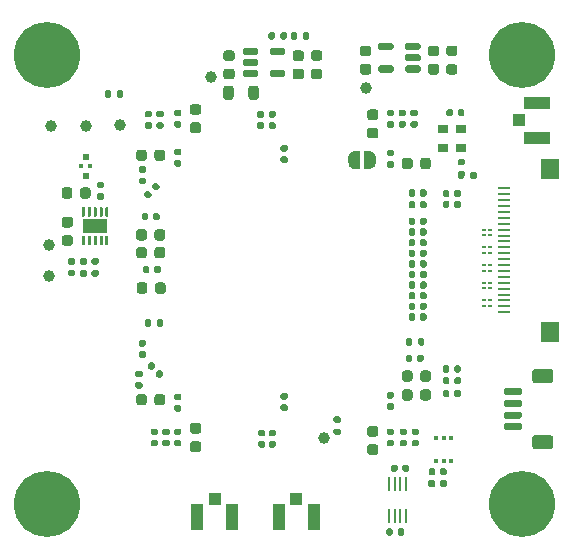
<source format=gbr>
G04 #@! TF.GenerationSoftware,KiCad,Pcbnew,(6.0.9)*
G04 #@! TF.CreationDate,2024-05-21T19:31:49-07:00*
G04 #@! TF.ProjectId,IMX294_MIPI_Breakout_Small,494d5832-3934-45f4-9d49-50495f427265,rev?*
G04 #@! TF.SameCoordinates,Original*
G04 #@! TF.FileFunction,Soldermask,Top*
G04 #@! TF.FilePolarity,Negative*
%FSLAX46Y46*%
G04 Gerber Fmt 4.6, Leading zero omitted, Abs format (unit mm)*
G04 Created by KiCad (PCBNEW (6.0.9)) date 2024-05-21 19:31:49*
%MOMM*%
%LPD*%
G01*
G04 APERTURE LIST*
%ADD10R,0.300000X0.230000*%
%ADD11R,0.850000X0.650000*%
%ADD12C,1.000000*%
%ADD13R,1.000000X1.050000*%
%ADD14R,1.050000X2.200000*%
%ADD15R,0.299999X0.449999*%
%ADD16C,5.600000*%
%ADD17R,1.100000X0.250000*%
%ADD18R,1.500000X1.700000*%
%ADD19R,0.254000X1.168400*%
%ADD20R,0.600000X0.600000*%
%ADD21R,0.400000X0.400000*%
%ADD22R,2.000000X1.200000*%
%ADD23R,1.050000X1.000000*%
%ADD24R,2.200000X1.050000*%
G04 APERTURE END LIST*
D10*
G04 #@! TO.C,FL4*
X161950000Y-94790000D03*
X162450000Y-94790000D03*
X162450000Y-95270000D03*
X161950000Y-95270000D03*
G04 #@! TD*
G04 #@! TO.C,R10*
G36*
G01*
X131380000Y-81615000D02*
X131380000Y-81985000D01*
G75*
G02*
X131245000Y-82120000I-135000J0D01*
G01*
X130975000Y-82120000D01*
G75*
G02*
X130840000Y-81985000I0J135000D01*
G01*
X130840000Y-81615000D01*
G75*
G02*
X130975000Y-81480000I135000J0D01*
G01*
X131245000Y-81480000D01*
G75*
G02*
X131380000Y-81615000I0J-135000D01*
G01*
G37*
G36*
G01*
X130360000Y-81615000D02*
X130360000Y-81985000D01*
G75*
G02*
X130225000Y-82120000I-135000J0D01*
G01*
X129955000Y-82120000D01*
G75*
G02*
X129820000Y-81985000I0J135000D01*
G01*
X129820000Y-81615000D01*
G75*
G02*
X129955000Y-81480000I135000J0D01*
G01*
X130225000Y-81480000D01*
G75*
G02*
X130360000Y-81615000I0J-135000D01*
G01*
G37*
G04 #@! TD*
G04 #@! TO.C,R12*
G36*
G01*
X129185000Y-97280000D02*
X128815000Y-97280000D01*
G75*
G02*
X128680000Y-97145000I0J135000D01*
G01*
X128680000Y-96875000D01*
G75*
G02*
X128815000Y-96740000I135000J0D01*
G01*
X129185000Y-96740000D01*
G75*
G02*
X129320000Y-96875000I0J-135000D01*
G01*
X129320000Y-97145000D01*
G75*
G02*
X129185000Y-97280000I-135000J0D01*
G01*
G37*
G36*
G01*
X129185000Y-96260000D02*
X128815000Y-96260000D01*
G75*
G02*
X128680000Y-96125000I0J135000D01*
G01*
X128680000Y-95855000D01*
G75*
G02*
X128815000Y-95720000I135000J0D01*
G01*
X129185000Y-95720000D01*
G75*
G02*
X129320000Y-95855000I0J-135000D01*
G01*
X129320000Y-96125000D01*
G75*
G02*
X129185000Y-96260000I-135000J0D01*
G01*
G37*
G04 #@! TD*
D11*
G04 #@! TO.C,U5*
X158425000Y-84775000D03*
X158425000Y-86425000D03*
X159975000Y-86425000D03*
X159975000Y-84775000D03*
G04 #@! TD*
G04 #@! TO.C,C1*
G36*
G01*
X132530000Y-105240000D02*
X132870000Y-105240000D01*
G75*
G02*
X133010000Y-105380000I0J-140000D01*
G01*
X133010000Y-105660000D01*
G75*
G02*
X132870000Y-105800000I-140000J0D01*
G01*
X132530000Y-105800000D01*
G75*
G02*
X132390000Y-105660000I0J140000D01*
G01*
X132390000Y-105380000D01*
G75*
G02*
X132530000Y-105240000I140000J0D01*
G01*
G37*
G36*
G01*
X132530000Y-106200000D02*
X132870000Y-106200000D01*
G75*
G02*
X133010000Y-106340000I0J-140000D01*
G01*
X133010000Y-106620000D01*
G75*
G02*
X132870000Y-106760000I-140000J0D01*
G01*
X132530000Y-106760000D01*
G75*
G02*
X132390000Y-106620000I0J140000D01*
G01*
X132390000Y-106340000D01*
G75*
G02*
X132530000Y-106200000I140000J0D01*
G01*
G37*
G04 #@! TD*
G04 #@! TO.C,C70*
G36*
G01*
X157240000Y-113970000D02*
X157240000Y-113630000D01*
G75*
G02*
X157380000Y-113490000I140000J0D01*
G01*
X157660000Y-113490000D01*
G75*
G02*
X157800000Y-113630000I0J-140000D01*
G01*
X157800000Y-113970000D01*
G75*
G02*
X157660000Y-114110000I-140000J0D01*
G01*
X157380000Y-114110000D01*
G75*
G02*
X157240000Y-113970000I0J140000D01*
G01*
G37*
G36*
G01*
X158200000Y-113970000D02*
X158200000Y-113630000D01*
G75*
G02*
X158340000Y-113490000I140000J0D01*
G01*
X158620000Y-113490000D01*
G75*
G02*
X158760000Y-113630000I0J-140000D01*
G01*
X158760000Y-113970000D01*
G75*
G02*
X158620000Y-114110000I-140000J0D01*
G01*
X158340000Y-114110000D01*
G75*
G02*
X158200000Y-113970000I0J140000D01*
G01*
G37*
G04 #@! TD*
G04 #@! TO.C,R3*
G36*
G01*
X143670000Y-77085000D02*
X143670000Y-76715000D01*
G75*
G02*
X143805000Y-76580000I135000J0D01*
G01*
X144075000Y-76580000D01*
G75*
G02*
X144210000Y-76715000I0J-135000D01*
G01*
X144210000Y-77085000D01*
G75*
G02*
X144075000Y-77220000I-135000J0D01*
G01*
X143805000Y-77220000D01*
G75*
G02*
X143670000Y-77085000I0J135000D01*
G01*
G37*
G36*
G01*
X144690000Y-77085000D02*
X144690000Y-76715000D01*
G75*
G02*
X144825000Y-76580000I135000J0D01*
G01*
X145095000Y-76580000D01*
G75*
G02*
X145230000Y-76715000I0J-135000D01*
G01*
X145230000Y-77085000D01*
G75*
G02*
X145095000Y-77220000I-135000J0D01*
G01*
X144825000Y-77220000D01*
G75*
G02*
X144690000Y-77085000I0J135000D01*
G01*
G37*
G04 #@! TD*
G04 #@! TO.C,C36*
G36*
G01*
X145170000Y-108660000D02*
X144830000Y-108660000D01*
G75*
G02*
X144690000Y-108520000I0J140000D01*
G01*
X144690000Y-108240000D01*
G75*
G02*
X144830000Y-108100000I140000J0D01*
G01*
X145170000Y-108100000D01*
G75*
G02*
X145310000Y-108240000I0J-140000D01*
G01*
X145310000Y-108520000D01*
G75*
G02*
X145170000Y-108660000I-140000J0D01*
G01*
G37*
G36*
G01*
X145170000Y-107700000D02*
X144830000Y-107700000D01*
G75*
G02*
X144690000Y-107560000I0J140000D01*
G01*
X144690000Y-107280000D01*
G75*
G02*
X144830000Y-107140000I140000J0D01*
G01*
X145170000Y-107140000D01*
G75*
G02*
X145310000Y-107280000I0J-140000D01*
G01*
X145310000Y-107560000D01*
G75*
G02*
X145170000Y-107700000I-140000J0D01*
G01*
G37*
G04 #@! TD*
G04 #@! TO.C,C41*
G36*
G01*
X143830000Y-83260000D02*
X144170000Y-83260000D01*
G75*
G02*
X144310000Y-83400000I0J-140000D01*
G01*
X144310000Y-83680000D01*
G75*
G02*
X144170000Y-83820000I-140000J0D01*
G01*
X143830000Y-83820000D01*
G75*
G02*
X143690000Y-83680000I0J140000D01*
G01*
X143690000Y-83400000D01*
G75*
G02*
X143830000Y-83260000I140000J0D01*
G01*
G37*
G36*
G01*
X143830000Y-84220000D02*
X144170000Y-84220000D01*
G75*
G02*
X144310000Y-84360000I0J-140000D01*
G01*
X144310000Y-84640000D01*
G75*
G02*
X144170000Y-84780000I-140000J0D01*
G01*
X143830000Y-84780000D01*
G75*
G02*
X143690000Y-84640000I0J140000D01*
G01*
X143690000Y-84360000D01*
G75*
G02*
X143830000Y-84220000I140000J0D01*
G01*
G37*
G04 #@! TD*
D12*
G04 #@! TO.C,TP5*
X125100000Y-97200000D03*
G04 #@! TD*
D13*
G04 #@! TO.C,J4*
X146025000Y-116095000D03*
D14*
X144550000Y-117620000D03*
X147500000Y-117620000D03*
G04 #@! TD*
G04 #@! TO.C,C55*
G36*
G01*
X155540000Y-94570000D02*
X155540000Y-94230000D01*
G75*
G02*
X155680000Y-94090000I140000J0D01*
G01*
X155960000Y-94090000D01*
G75*
G02*
X156100000Y-94230000I0J-140000D01*
G01*
X156100000Y-94570000D01*
G75*
G02*
X155960000Y-94710000I-140000J0D01*
G01*
X155680000Y-94710000D01*
G75*
G02*
X155540000Y-94570000I0J140000D01*
G01*
G37*
G36*
G01*
X156500000Y-94570000D02*
X156500000Y-94230000D01*
G75*
G02*
X156640000Y-94090000I140000J0D01*
G01*
X156920000Y-94090000D01*
G75*
G02*
X157060000Y-94230000I0J-140000D01*
G01*
X157060000Y-94570000D01*
G75*
G02*
X156920000Y-94710000I-140000J0D01*
G01*
X156640000Y-94710000D01*
G75*
G02*
X156500000Y-94570000I0J140000D01*
G01*
G37*
G04 #@! TD*
D12*
G04 #@! TO.C,TP2*
X151900000Y-81300000D03*
G04 #@! TD*
G04 #@! TO.C,C53*
G36*
G01*
X135830000Y-110140000D02*
X136170000Y-110140000D01*
G75*
G02*
X136310000Y-110280000I0J-140000D01*
G01*
X136310000Y-110560000D01*
G75*
G02*
X136170000Y-110700000I-140000J0D01*
G01*
X135830000Y-110700000D01*
G75*
G02*
X135690000Y-110560000I0J140000D01*
G01*
X135690000Y-110280000D01*
G75*
G02*
X135830000Y-110140000I140000J0D01*
G01*
G37*
G36*
G01*
X135830000Y-111100000D02*
X136170000Y-111100000D01*
G75*
G02*
X136310000Y-111240000I0J-140000D01*
G01*
X136310000Y-111520000D01*
G75*
G02*
X136170000Y-111660000I-140000J0D01*
G01*
X135830000Y-111660000D01*
G75*
G02*
X135690000Y-111520000I0J140000D01*
G01*
X135690000Y-111240000D01*
G75*
G02*
X135830000Y-111100000I140000J0D01*
G01*
G37*
G04 #@! TD*
G04 #@! TO.C,C32*
G36*
G01*
X157425000Y-87450000D02*
X157425000Y-87950000D01*
G75*
G02*
X157200000Y-88175000I-225000J0D01*
G01*
X156750000Y-88175000D01*
G75*
G02*
X156525000Y-87950000I0J225000D01*
G01*
X156525000Y-87450000D01*
G75*
G02*
X156750000Y-87225000I225000J0D01*
G01*
X157200000Y-87225000D01*
G75*
G02*
X157425000Y-87450000I0J-225000D01*
G01*
G37*
G36*
G01*
X155875000Y-87450000D02*
X155875000Y-87950000D01*
G75*
G02*
X155650000Y-88175000I-225000J0D01*
G01*
X155200000Y-88175000D01*
G75*
G02*
X154975000Y-87950000I0J225000D01*
G01*
X154975000Y-87450000D01*
G75*
G02*
X155200000Y-87225000I225000J0D01*
G01*
X155650000Y-87225000D01*
G75*
G02*
X155875000Y-87450000I0J-225000D01*
G01*
G37*
G04 #@! TD*
D15*
G04 #@! TO.C,U6*
X159150001Y-110925001D03*
X158500000Y-110925001D03*
X157850001Y-110925001D03*
X157850001Y-112874999D03*
X158500000Y-112874999D03*
X159150001Y-112874999D03*
G04 #@! TD*
G04 #@! TO.C,C69*
G36*
G01*
X126900000Y-94675000D02*
X126400000Y-94675000D01*
G75*
G02*
X126175000Y-94450000I0J225000D01*
G01*
X126175000Y-94000000D01*
G75*
G02*
X126400000Y-93775000I225000J0D01*
G01*
X126900000Y-93775000D01*
G75*
G02*
X127125000Y-94000000I0J-225000D01*
G01*
X127125000Y-94450000D01*
G75*
G02*
X126900000Y-94675000I-225000J0D01*
G01*
G37*
G36*
G01*
X126900000Y-93125000D02*
X126400000Y-93125000D01*
G75*
G02*
X126175000Y-92900000I0J225000D01*
G01*
X126175000Y-92450000D01*
G75*
G02*
X126400000Y-92225000I225000J0D01*
G01*
X126900000Y-92225000D01*
G75*
G02*
X127125000Y-92450000I0J-225000D01*
G01*
X127125000Y-92900000D01*
G75*
G02*
X126900000Y-93125000I-225000J0D01*
G01*
G37*
G04 #@! TD*
G04 #@! TO.C,C37*
G36*
G01*
X157425000Y-107050000D02*
X157425000Y-107550000D01*
G75*
G02*
X157200000Y-107775000I-225000J0D01*
G01*
X156750000Y-107775000D01*
G75*
G02*
X156525000Y-107550000I0J225000D01*
G01*
X156525000Y-107050000D01*
G75*
G02*
X156750000Y-106825000I225000J0D01*
G01*
X157200000Y-106825000D01*
G75*
G02*
X157425000Y-107050000I0J-225000D01*
G01*
G37*
G36*
G01*
X155875000Y-107050000D02*
X155875000Y-107550000D01*
G75*
G02*
X155650000Y-107775000I-225000J0D01*
G01*
X155200000Y-107775000D01*
G75*
G02*
X154975000Y-107550000I0J225000D01*
G01*
X154975000Y-107050000D01*
G75*
G02*
X155200000Y-106825000I225000J0D01*
G01*
X155650000Y-106825000D01*
G75*
G02*
X155875000Y-107050000I0J-225000D01*
G01*
G37*
G04 #@! TD*
G04 #@! TO.C,C4*
G36*
G01*
X134757609Y-105617193D02*
X134517193Y-105857609D01*
G75*
G02*
X134319203Y-105857609I-98995J98995D01*
G01*
X134121213Y-105659619D01*
G75*
G02*
X134121213Y-105461629I98995J98995D01*
G01*
X134361629Y-105221213D01*
G75*
G02*
X134559619Y-105221213I98995J-98995D01*
G01*
X134757609Y-105419203D01*
G75*
G02*
X134757609Y-105617193I-98995J-98995D01*
G01*
G37*
G36*
G01*
X134078787Y-104938371D02*
X133838371Y-105178787D01*
G75*
G02*
X133640381Y-105178787I-98995J98995D01*
G01*
X133442391Y-104980797D01*
G75*
G02*
X133442391Y-104782807I98995J98995D01*
G01*
X133682807Y-104542391D01*
G75*
G02*
X133880797Y-104542391I98995J-98995D01*
G01*
X134078787Y-104740381D01*
G75*
G02*
X134078787Y-104938371I-98995J-98995D01*
G01*
G37*
G04 #@! TD*
G04 #@! TO.C,C18*
G36*
G01*
X155170000Y-84660000D02*
X154830000Y-84660000D01*
G75*
G02*
X154690000Y-84520000I0J140000D01*
G01*
X154690000Y-84240000D01*
G75*
G02*
X154830000Y-84100000I140000J0D01*
G01*
X155170000Y-84100000D01*
G75*
G02*
X155310000Y-84240000I0J-140000D01*
G01*
X155310000Y-84520000D01*
G75*
G02*
X155170000Y-84660000I-140000J0D01*
G01*
G37*
G36*
G01*
X155170000Y-83700000D02*
X154830000Y-83700000D01*
G75*
G02*
X154690000Y-83560000I0J140000D01*
G01*
X154690000Y-83280000D01*
G75*
G02*
X154830000Y-83140000I140000J0D01*
G01*
X155170000Y-83140000D01*
G75*
G02*
X155310000Y-83280000I0J-140000D01*
G01*
X155310000Y-83560000D01*
G75*
G02*
X155170000Y-83700000I-140000J0D01*
G01*
G37*
G04 #@! TD*
G04 #@! TO.C,R1*
G36*
G01*
X134780000Y-101015000D02*
X134780000Y-101385000D01*
G75*
G02*
X134645000Y-101520000I-135000J0D01*
G01*
X134375000Y-101520000D01*
G75*
G02*
X134240000Y-101385000I0J135000D01*
G01*
X134240000Y-101015000D01*
G75*
G02*
X134375000Y-100880000I135000J0D01*
G01*
X134645000Y-100880000D01*
G75*
G02*
X134780000Y-101015000I0J-135000D01*
G01*
G37*
G36*
G01*
X133760000Y-101015000D02*
X133760000Y-101385000D01*
G75*
G02*
X133625000Y-101520000I-135000J0D01*
G01*
X133355000Y-101520000D01*
G75*
G02*
X133220000Y-101385000I0J135000D01*
G01*
X133220000Y-101015000D01*
G75*
G02*
X133355000Y-100880000I135000J0D01*
G01*
X133625000Y-100880000D01*
G75*
G02*
X133760000Y-101015000I0J-135000D01*
G01*
G37*
G04 #@! TD*
G04 #@! TO.C,C45*
G36*
G01*
X132940000Y-92370000D02*
X132940000Y-92030000D01*
G75*
G02*
X133080000Y-91890000I140000J0D01*
G01*
X133360000Y-91890000D01*
G75*
G02*
X133500000Y-92030000I0J-140000D01*
G01*
X133500000Y-92370000D01*
G75*
G02*
X133360000Y-92510000I-140000J0D01*
G01*
X133080000Y-92510000D01*
G75*
G02*
X132940000Y-92370000I0J140000D01*
G01*
G37*
G36*
G01*
X133900000Y-92370000D02*
X133900000Y-92030000D01*
G75*
G02*
X134040000Y-91890000I140000J0D01*
G01*
X134320000Y-91890000D01*
G75*
G02*
X134460000Y-92030000I0J-140000D01*
G01*
X134460000Y-92370000D01*
G75*
G02*
X134320000Y-92510000I-140000J0D01*
G01*
X134040000Y-92510000D01*
G75*
G02*
X133900000Y-92370000I0J140000D01*
G01*
G37*
G04 #@! TD*
G04 #@! TO.C,C6*
G36*
G01*
X134560000Y-96530000D02*
X134560000Y-96870000D01*
G75*
G02*
X134420000Y-97010000I-140000J0D01*
G01*
X134140000Y-97010000D01*
G75*
G02*
X134000000Y-96870000I0J140000D01*
G01*
X134000000Y-96530000D01*
G75*
G02*
X134140000Y-96390000I140000J0D01*
G01*
X134420000Y-96390000D01*
G75*
G02*
X134560000Y-96530000I0J-140000D01*
G01*
G37*
G36*
G01*
X133600000Y-96530000D02*
X133600000Y-96870000D01*
G75*
G02*
X133460000Y-97010000I-140000J0D01*
G01*
X133180000Y-97010000D01*
G75*
G02*
X133040000Y-96870000I0J140000D01*
G01*
X133040000Y-96530000D01*
G75*
G02*
X133180000Y-96390000I140000J0D01*
G01*
X133460000Y-96390000D01*
G75*
G02*
X133600000Y-96530000I0J-140000D01*
G01*
G37*
G04 #@! TD*
G04 #@! TO.C,C68*
G36*
G01*
X126830000Y-95740000D02*
X127170000Y-95740000D01*
G75*
G02*
X127310000Y-95880000I0J-140000D01*
G01*
X127310000Y-96160000D01*
G75*
G02*
X127170000Y-96300000I-140000J0D01*
G01*
X126830000Y-96300000D01*
G75*
G02*
X126690000Y-96160000I0J140000D01*
G01*
X126690000Y-95880000D01*
G75*
G02*
X126830000Y-95740000I140000J0D01*
G01*
G37*
G36*
G01*
X126830000Y-96700000D02*
X127170000Y-96700000D01*
G75*
G02*
X127310000Y-96840000I0J-140000D01*
G01*
X127310000Y-97120000D01*
G75*
G02*
X127170000Y-97260000I-140000J0D01*
G01*
X126830000Y-97260000D01*
G75*
G02*
X126690000Y-97120000I0J140000D01*
G01*
X126690000Y-96840000D01*
G75*
G02*
X126830000Y-96700000I140000J0D01*
G01*
G37*
G04 #@! TD*
G04 #@! TO.C,C17*
G36*
G01*
X133670000Y-84760000D02*
X133330000Y-84760000D01*
G75*
G02*
X133190000Y-84620000I0J140000D01*
G01*
X133190000Y-84340000D01*
G75*
G02*
X133330000Y-84200000I140000J0D01*
G01*
X133670000Y-84200000D01*
G75*
G02*
X133810000Y-84340000I0J-140000D01*
G01*
X133810000Y-84620000D01*
G75*
G02*
X133670000Y-84760000I-140000J0D01*
G01*
G37*
G36*
G01*
X133670000Y-83800000D02*
X133330000Y-83800000D01*
G75*
G02*
X133190000Y-83660000I0J140000D01*
G01*
X133190000Y-83380000D01*
G75*
G02*
X133330000Y-83240000I140000J0D01*
G01*
X133670000Y-83240000D01*
G75*
G02*
X133810000Y-83380000I0J-140000D01*
G01*
X133810000Y-83660000D01*
G75*
G02*
X133670000Y-83800000I-140000J0D01*
G01*
G37*
G04 #@! TD*
G04 #@! TO.C,C66*
G36*
G01*
X154170000Y-108560000D02*
X153830000Y-108560000D01*
G75*
G02*
X153690000Y-108420000I0J140000D01*
G01*
X153690000Y-108140000D01*
G75*
G02*
X153830000Y-108000000I140000J0D01*
G01*
X154170000Y-108000000D01*
G75*
G02*
X154310000Y-108140000I0J-140000D01*
G01*
X154310000Y-108420000D01*
G75*
G02*
X154170000Y-108560000I-140000J0D01*
G01*
G37*
G36*
G01*
X154170000Y-107600000D02*
X153830000Y-107600000D01*
G75*
G02*
X153690000Y-107460000I0J140000D01*
G01*
X153690000Y-107180000D01*
G75*
G02*
X153830000Y-107040000I140000J0D01*
G01*
X154170000Y-107040000D01*
G75*
G02*
X154310000Y-107180000I0J-140000D01*
G01*
X154310000Y-107460000D01*
G75*
G02*
X154170000Y-107600000I-140000J0D01*
G01*
G37*
G04 #@! TD*
G04 #@! TO.C,C43*
G36*
G01*
X155540000Y-99970000D02*
X155540000Y-99630000D01*
G75*
G02*
X155680000Y-99490000I140000J0D01*
G01*
X155960000Y-99490000D01*
G75*
G02*
X156100000Y-99630000I0J-140000D01*
G01*
X156100000Y-99970000D01*
G75*
G02*
X155960000Y-100110000I-140000J0D01*
G01*
X155680000Y-100110000D01*
G75*
G02*
X155540000Y-99970000I0J140000D01*
G01*
G37*
G36*
G01*
X156500000Y-99970000D02*
X156500000Y-99630000D01*
G75*
G02*
X156640000Y-99490000I140000J0D01*
G01*
X156920000Y-99490000D01*
G75*
G02*
X157060000Y-99630000I0J-140000D01*
G01*
X157060000Y-99970000D01*
G75*
G02*
X156920000Y-100110000I-140000J0D01*
G01*
X156640000Y-100110000D01*
G75*
G02*
X156500000Y-99970000I0J140000D01*
G01*
G37*
G04 #@! TD*
G04 #@! TO.C,C46*
G36*
G01*
X155540000Y-90370000D02*
X155540000Y-90030000D01*
G75*
G02*
X155680000Y-89890000I140000J0D01*
G01*
X155960000Y-89890000D01*
G75*
G02*
X156100000Y-90030000I0J-140000D01*
G01*
X156100000Y-90370000D01*
G75*
G02*
X155960000Y-90510000I-140000J0D01*
G01*
X155680000Y-90510000D01*
G75*
G02*
X155540000Y-90370000I0J140000D01*
G01*
G37*
G36*
G01*
X156500000Y-90370000D02*
X156500000Y-90030000D01*
G75*
G02*
X156640000Y-89890000I140000J0D01*
G01*
X156920000Y-89890000D01*
G75*
G02*
X157060000Y-90030000I0J-140000D01*
G01*
X157060000Y-90370000D01*
G75*
G02*
X156920000Y-90510000I-140000J0D01*
G01*
X156640000Y-90510000D01*
G75*
G02*
X156500000Y-90370000I0J140000D01*
G01*
G37*
G04 #@! TD*
G04 #@! TO.C,C62*
G36*
G01*
X153830000Y-110140000D02*
X154170000Y-110140000D01*
G75*
G02*
X154310000Y-110280000I0J-140000D01*
G01*
X154310000Y-110560000D01*
G75*
G02*
X154170000Y-110700000I-140000J0D01*
G01*
X153830000Y-110700000D01*
G75*
G02*
X153690000Y-110560000I0J140000D01*
G01*
X153690000Y-110280000D01*
G75*
G02*
X153830000Y-110140000I140000J0D01*
G01*
G37*
G36*
G01*
X153830000Y-111100000D02*
X154170000Y-111100000D01*
G75*
G02*
X154310000Y-111240000I0J-140000D01*
G01*
X154310000Y-111520000D01*
G75*
G02*
X154170000Y-111660000I-140000J0D01*
G01*
X153830000Y-111660000D01*
G75*
G02*
X153690000Y-111520000I0J140000D01*
G01*
X153690000Y-111240000D01*
G75*
G02*
X153830000Y-111100000I140000J0D01*
G01*
G37*
G04 #@! TD*
G04 #@! TO.C,R5*
G36*
G01*
X160185000Y-88880000D02*
X159815000Y-88880000D01*
G75*
G02*
X159680000Y-88745000I0J135000D01*
G01*
X159680000Y-88475000D01*
G75*
G02*
X159815000Y-88340000I135000J0D01*
G01*
X160185000Y-88340000D01*
G75*
G02*
X160320000Y-88475000I0J-135000D01*
G01*
X160320000Y-88745000D01*
G75*
G02*
X160185000Y-88880000I-135000J0D01*
G01*
G37*
G36*
G01*
X160185000Y-87860000D02*
X159815000Y-87860000D01*
G75*
G02*
X159680000Y-87725000I0J135000D01*
G01*
X159680000Y-87455000D01*
G75*
G02*
X159815000Y-87320000I135000J0D01*
G01*
X160185000Y-87320000D01*
G75*
G02*
X160320000Y-87455000I0J-135000D01*
G01*
X160320000Y-87725000D01*
G75*
G02*
X160185000Y-87860000I-135000J0D01*
G01*
G37*
G04 #@! TD*
G04 #@! TO.C,C5*
G36*
G01*
X134925000Y-95000000D02*
X134925000Y-95500000D01*
G75*
G02*
X134700000Y-95725000I-225000J0D01*
G01*
X134250000Y-95725000D01*
G75*
G02*
X134025000Y-95500000I0J225000D01*
G01*
X134025000Y-95000000D01*
G75*
G02*
X134250000Y-94775000I225000J0D01*
G01*
X134700000Y-94775000D01*
G75*
G02*
X134925000Y-95000000I0J-225000D01*
G01*
G37*
G36*
G01*
X133375000Y-95000000D02*
X133375000Y-95500000D01*
G75*
G02*
X133150000Y-95725000I-225000J0D01*
G01*
X132700000Y-95725000D01*
G75*
G02*
X132475000Y-95500000I0J225000D01*
G01*
X132475000Y-95000000D01*
G75*
G02*
X132700000Y-94775000I225000J0D01*
G01*
X133150000Y-94775000D01*
G75*
G02*
X133375000Y-95000000I0J-225000D01*
G01*
G37*
G04 #@! TD*
G04 #@! TO.C,C24*
G36*
G01*
X155540000Y-96370000D02*
X155540000Y-96030000D01*
G75*
G02*
X155680000Y-95890000I140000J0D01*
G01*
X155960000Y-95890000D01*
G75*
G02*
X156100000Y-96030000I0J-140000D01*
G01*
X156100000Y-96370000D01*
G75*
G02*
X155960000Y-96510000I-140000J0D01*
G01*
X155680000Y-96510000D01*
G75*
G02*
X155540000Y-96370000I0J140000D01*
G01*
G37*
G36*
G01*
X156500000Y-96370000D02*
X156500000Y-96030000D01*
G75*
G02*
X156640000Y-95890000I140000J0D01*
G01*
X156920000Y-95890000D01*
G75*
G02*
X157060000Y-96030000I0J-140000D01*
G01*
X157060000Y-96370000D01*
G75*
G02*
X156920000Y-96510000I-140000J0D01*
G01*
X156640000Y-96510000D01*
G75*
G02*
X156500000Y-96370000I0J140000D01*
G01*
G37*
G04 #@! TD*
G04 #@! TO.C,C44*
G36*
G01*
X132475000Y-94000000D02*
X132475000Y-93500000D01*
G75*
G02*
X132700000Y-93275000I225000J0D01*
G01*
X133150000Y-93275000D01*
G75*
G02*
X133375000Y-93500000I0J-225000D01*
G01*
X133375000Y-94000000D01*
G75*
G02*
X133150000Y-94225000I-225000J0D01*
G01*
X132700000Y-94225000D01*
G75*
G02*
X132475000Y-94000000I0J225000D01*
G01*
G37*
G36*
G01*
X134025000Y-94000000D02*
X134025000Y-93500000D01*
G75*
G02*
X134250000Y-93275000I225000J0D01*
G01*
X134700000Y-93275000D01*
G75*
G02*
X134925000Y-93500000I0J-225000D01*
G01*
X134925000Y-94000000D01*
G75*
G02*
X134700000Y-94225000I-225000J0D01*
G01*
X134250000Y-94225000D01*
G75*
G02*
X134025000Y-94000000I0J225000D01*
G01*
G37*
G04 #@! TD*
G04 #@! TO.C,C28*
G36*
G01*
X144830000Y-86140000D02*
X145170000Y-86140000D01*
G75*
G02*
X145310000Y-86280000I0J-140000D01*
G01*
X145310000Y-86560000D01*
G75*
G02*
X145170000Y-86700000I-140000J0D01*
G01*
X144830000Y-86700000D01*
G75*
G02*
X144690000Y-86560000I0J140000D01*
G01*
X144690000Y-86280000D01*
G75*
G02*
X144830000Y-86140000I140000J0D01*
G01*
G37*
G36*
G01*
X144830000Y-87100000D02*
X145170000Y-87100000D01*
G75*
G02*
X145310000Y-87240000I0J-140000D01*
G01*
X145310000Y-87520000D01*
G75*
G02*
X145170000Y-87660000I-140000J0D01*
G01*
X144830000Y-87660000D01*
G75*
G02*
X144690000Y-87520000I0J140000D01*
G01*
X144690000Y-87240000D01*
G75*
G02*
X144830000Y-87100000I140000J0D01*
G01*
G37*
G04 #@! TD*
G04 #@! TO.C,R4*
G36*
G01*
X145570000Y-77085000D02*
X145570000Y-76715000D01*
G75*
G02*
X145705000Y-76580000I135000J0D01*
G01*
X145975000Y-76580000D01*
G75*
G02*
X146110000Y-76715000I0J-135000D01*
G01*
X146110000Y-77085000D01*
G75*
G02*
X145975000Y-77220000I-135000J0D01*
G01*
X145705000Y-77220000D01*
G75*
G02*
X145570000Y-77085000I0J135000D01*
G01*
G37*
G36*
G01*
X146590000Y-77085000D02*
X146590000Y-76715000D01*
G75*
G02*
X146725000Y-76580000I135000J0D01*
G01*
X146995000Y-76580000D01*
G75*
G02*
X147130000Y-76715000I0J-135000D01*
G01*
X147130000Y-77085000D01*
G75*
G02*
X146995000Y-77220000I-135000J0D01*
G01*
X146725000Y-77220000D01*
G75*
G02*
X146590000Y-77085000I0J135000D01*
G01*
G37*
G04 #@! TD*
D12*
G04 #@! TO.C,TP3*
X125100000Y-94600000D03*
G04 #@! TD*
G04 #@! TO.C,U3*
G36*
G01*
X156550000Y-79550000D02*
X156550000Y-79850000D01*
G75*
G02*
X156400000Y-80000000I-150000J0D01*
G01*
X155375000Y-80000000D01*
G75*
G02*
X155225000Y-79850000I0J150000D01*
G01*
X155225000Y-79550000D01*
G75*
G02*
X155375000Y-79400000I150000J0D01*
G01*
X156400000Y-79400000D01*
G75*
G02*
X156550000Y-79550000I0J-150000D01*
G01*
G37*
G36*
G01*
X156550000Y-78600000D02*
X156550000Y-78900000D01*
G75*
G02*
X156400000Y-79050000I-150000J0D01*
G01*
X155375000Y-79050000D01*
G75*
G02*
X155225000Y-78900000I0J150000D01*
G01*
X155225000Y-78600000D01*
G75*
G02*
X155375000Y-78450000I150000J0D01*
G01*
X156400000Y-78450000D01*
G75*
G02*
X156550000Y-78600000I0J-150000D01*
G01*
G37*
G36*
G01*
X156550000Y-77650000D02*
X156550000Y-77950000D01*
G75*
G02*
X156400000Y-78100000I-150000J0D01*
G01*
X155375000Y-78100000D01*
G75*
G02*
X155225000Y-77950000I0J150000D01*
G01*
X155225000Y-77650000D01*
G75*
G02*
X155375000Y-77500000I150000J0D01*
G01*
X156400000Y-77500000D01*
G75*
G02*
X156550000Y-77650000I0J-150000D01*
G01*
G37*
G36*
G01*
X154275000Y-77650000D02*
X154275000Y-77950000D01*
G75*
G02*
X154125000Y-78100000I-150000J0D01*
G01*
X153100000Y-78100000D01*
G75*
G02*
X152950000Y-77950000I0J150000D01*
G01*
X152950000Y-77650000D01*
G75*
G02*
X153100000Y-77500000I150000J0D01*
G01*
X154125000Y-77500000D01*
G75*
G02*
X154275000Y-77650000I0J-150000D01*
G01*
G37*
G36*
G01*
X154275000Y-79550000D02*
X154275000Y-79850000D01*
G75*
G02*
X154125000Y-80000000I-150000J0D01*
G01*
X153100000Y-80000000D01*
G75*
G02*
X152950000Y-79850000I0J150000D01*
G01*
X152950000Y-79550000D01*
G75*
G02*
X153100000Y-79400000I150000J0D01*
G01*
X154125000Y-79400000D01*
G75*
G02*
X154275000Y-79550000I0J-150000D01*
G01*
G37*
G04 #@! TD*
G04 #@! TO.C,C21*
G36*
G01*
X137750000Y-85125000D02*
X137250000Y-85125000D01*
G75*
G02*
X137025000Y-84900000I0J225000D01*
G01*
X137025000Y-84450000D01*
G75*
G02*
X137250000Y-84225000I225000J0D01*
G01*
X137750000Y-84225000D01*
G75*
G02*
X137975000Y-84450000I0J-225000D01*
G01*
X137975000Y-84900000D01*
G75*
G02*
X137750000Y-85125000I-225000J0D01*
G01*
G37*
G36*
G01*
X137750000Y-83575000D02*
X137250000Y-83575000D01*
G75*
G02*
X137025000Y-83350000I0J225000D01*
G01*
X137025000Y-82900000D01*
G75*
G02*
X137250000Y-82675000I225000J0D01*
G01*
X137750000Y-82675000D01*
G75*
G02*
X137975000Y-82900000I0J-225000D01*
G01*
X137975000Y-83350000D01*
G75*
G02*
X137750000Y-83575000I-225000J0D01*
G01*
G37*
G04 #@! TD*
G04 #@! TO.C,TP9*
X131100000Y-84400000D03*
G04 #@! TD*
D10*
G04 #@! TO.C,FL2*
X161950000Y-97790000D03*
X162450000Y-97790000D03*
X162450000Y-98270000D03*
X161950000Y-98270000D03*
G04 #@! TD*
G04 #@! TO.C,C38*
G36*
G01*
X143170000Y-84780000D02*
X142830000Y-84780000D01*
G75*
G02*
X142690000Y-84640000I0J140000D01*
G01*
X142690000Y-84360000D01*
G75*
G02*
X142830000Y-84220000I140000J0D01*
G01*
X143170000Y-84220000D01*
G75*
G02*
X143310000Y-84360000I0J-140000D01*
G01*
X143310000Y-84640000D01*
G75*
G02*
X143170000Y-84780000I-140000J0D01*
G01*
G37*
G36*
G01*
X143170000Y-83820000D02*
X142830000Y-83820000D01*
G75*
G02*
X142690000Y-83680000I0J140000D01*
G01*
X142690000Y-83400000D01*
G75*
G02*
X142830000Y-83260000I140000J0D01*
G01*
X143170000Y-83260000D01*
G75*
G02*
X143310000Y-83400000I0J-140000D01*
G01*
X143310000Y-83680000D01*
G75*
G02*
X143170000Y-83820000I-140000J0D01*
G01*
G37*
G04 #@! TD*
G04 #@! TO.C,C61*
G36*
G01*
X158440000Y-105270000D02*
X158440000Y-104930000D01*
G75*
G02*
X158580000Y-104790000I140000J0D01*
G01*
X158860000Y-104790000D01*
G75*
G02*
X159000000Y-104930000I0J-140000D01*
G01*
X159000000Y-105270000D01*
G75*
G02*
X158860000Y-105410000I-140000J0D01*
G01*
X158580000Y-105410000D01*
G75*
G02*
X158440000Y-105270000I0J140000D01*
G01*
G37*
G36*
G01*
X159400000Y-105270000D02*
X159400000Y-104930000D01*
G75*
G02*
X159540000Y-104790000I140000J0D01*
G01*
X159820000Y-104790000D01*
G75*
G02*
X159960000Y-104930000I0J-140000D01*
G01*
X159960000Y-105270000D01*
G75*
G02*
X159820000Y-105410000I-140000J0D01*
G01*
X159540000Y-105410000D01*
G75*
G02*
X159400000Y-105270000I0J140000D01*
G01*
G37*
G04 #@! TD*
G04 #@! TO.C,C52*
G36*
G01*
X158440000Y-90420000D02*
X158440000Y-90080000D01*
G75*
G02*
X158580000Y-89940000I140000J0D01*
G01*
X158860000Y-89940000D01*
G75*
G02*
X159000000Y-90080000I0J-140000D01*
G01*
X159000000Y-90420000D01*
G75*
G02*
X158860000Y-90560000I-140000J0D01*
G01*
X158580000Y-90560000D01*
G75*
G02*
X158440000Y-90420000I0J140000D01*
G01*
G37*
G36*
G01*
X159400000Y-90420000D02*
X159400000Y-90080000D01*
G75*
G02*
X159540000Y-89940000I140000J0D01*
G01*
X159820000Y-89940000D01*
G75*
G02*
X159960000Y-90080000I0J-140000D01*
G01*
X159960000Y-90420000D01*
G75*
G02*
X159820000Y-90560000I-140000J0D01*
G01*
X159540000Y-90560000D01*
G75*
G02*
X159400000Y-90420000I0J140000D01*
G01*
G37*
G04 #@! TD*
G04 #@! TO.C,C60*
G36*
G01*
X157060000Y-93330000D02*
X157060000Y-93670000D01*
G75*
G02*
X156920000Y-93810000I-140000J0D01*
G01*
X156640000Y-93810000D01*
G75*
G02*
X156500000Y-93670000I0J140000D01*
G01*
X156500000Y-93330000D01*
G75*
G02*
X156640000Y-93190000I140000J0D01*
G01*
X156920000Y-93190000D01*
G75*
G02*
X157060000Y-93330000I0J-140000D01*
G01*
G37*
G36*
G01*
X156100000Y-93330000D02*
X156100000Y-93670000D01*
G75*
G02*
X155960000Y-93810000I-140000J0D01*
G01*
X155680000Y-93810000D01*
G75*
G02*
X155540000Y-93670000I0J140000D01*
G01*
X155540000Y-93330000D01*
G75*
G02*
X155680000Y-93190000I140000J0D01*
G01*
X155960000Y-93190000D01*
G75*
G02*
X156100000Y-93330000I0J-140000D01*
G01*
G37*
G04 #@! TD*
G04 #@! TO.C,C49*
G36*
G01*
X143270000Y-111760000D02*
X142930000Y-111760000D01*
G75*
G02*
X142790000Y-111620000I0J140000D01*
G01*
X142790000Y-111340000D01*
G75*
G02*
X142930000Y-111200000I140000J0D01*
G01*
X143270000Y-111200000D01*
G75*
G02*
X143410000Y-111340000I0J-140000D01*
G01*
X143410000Y-111620000D01*
G75*
G02*
X143270000Y-111760000I-140000J0D01*
G01*
G37*
G36*
G01*
X143270000Y-110800000D02*
X142930000Y-110800000D01*
G75*
G02*
X142790000Y-110660000I0J140000D01*
G01*
X142790000Y-110380000D01*
G75*
G02*
X142930000Y-110240000I140000J0D01*
G01*
X143270000Y-110240000D01*
G75*
G02*
X143410000Y-110380000I0J-140000D01*
G01*
X143410000Y-110660000D01*
G75*
G02*
X143270000Y-110800000I-140000J0D01*
G01*
G37*
G04 #@! TD*
G04 #@! TO.C,C13*
G36*
G01*
X152150000Y-80175000D02*
X151650000Y-80175000D01*
G75*
G02*
X151425000Y-79950000I0J225000D01*
G01*
X151425000Y-79500000D01*
G75*
G02*
X151650000Y-79275000I225000J0D01*
G01*
X152150000Y-79275000D01*
G75*
G02*
X152375000Y-79500000I0J-225000D01*
G01*
X152375000Y-79950000D01*
G75*
G02*
X152150000Y-80175000I-225000J0D01*
G01*
G37*
G36*
G01*
X152150000Y-78625000D02*
X151650000Y-78625000D01*
G75*
G02*
X151425000Y-78400000I0J225000D01*
G01*
X151425000Y-77950000D01*
G75*
G02*
X151650000Y-77725000I225000J0D01*
G01*
X152150000Y-77725000D01*
G75*
G02*
X152375000Y-77950000I0J-225000D01*
G01*
X152375000Y-78400000D01*
G75*
G02*
X152150000Y-78625000I-225000J0D01*
G01*
G37*
G04 #@! TD*
G04 #@! TO.C,J1*
G36*
G01*
X163750000Y-106700000D02*
X165000000Y-106700000D01*
G75*
G02*
X165150000Y-106850000I0J-150000D01*
G01*
X165150000Y-107150000D01*
G75*
G02*
X165000000Y-107300000I-150000J0D01*
G01*
X163750000Y-107300000D01*
G75*
G02*
X163600000Y-107150000I0J150000D01*
G01*
X163600000Y-106850000D01*
G75*
G02*
X163750000Y-106700000I150000J0D01*
G01*
G37*
G36*
G01*
X163750000Y-107700000D02*
X165000000Y-107700000D01*
G75*
G02*
X165150000Y-107850000I0J-150000D01*
G01*
X165150000Y-108150000D01*
G75*
G02*
X165000000Y-108300000I-150000J0D01*
G01*
X163750000Y-108300000D01*
G75*
G02*
X163600000Y-108150000I0J150000D01*
G01*
X163600000Y-107850000D01*
G75*
G02*
X163750000Y-107700000I150000J0D01*
G01*
G37*
G36*
G01*
X163750000Y-108700000D02*
X165000000Y-108700000D01*
G75*
G02*
X165150000Y-108850000I0J-150000D01*
G01*
X165150000Y-109150000D01*
G75*
G02*
X165000000Y-109300000I-150000J0D01*
G01*
X163750000Y-109300000D01*
G75*
G02*
X163600000Y-109150000I0J150000D01*
G01*
X163600000Y-108850000D01*
G75*
G02*
X163750000Y-108700000I150000J0D01*
G01*
G37*
G36*
G01*
X163750000Y-109700000D02*
X165000000Y-109700000D01*
G75*
G02*
X165150000Y-109850000I0J-150000D01*
G01*
X165150000Y-110150000D01*
G75*
G02*
X165000000Y-110300000I-150000J0D01*
G01*
X163750000Y-110300000D01*
G75*
G02*
X163600000Y-110150000I0J150000D01*
G01*
X163600000Y-109850000D01*
G75*
G02*
X163750000Y-109700000I150000J0D01*
G01*
G37*
G36*
G01*
X166250000Y-110700000D02*
X167550000Y-110700000D01*
G75*
G02*
X167800000Y-110950000I0J-250000D01*
G01*
X167800000Y-111650000D01*
G75*
G02*
X167550000Y-111900000I-250000J0D01*
G01*
X166250000Y-111900000D01*
G75*
G02*
X166000000Y-111650000I0J250000D01*
G01*
X166000000Y-110950000D01*
G75*
G02*
X166250000Y-110700000I250000J0D01*
G01*
G37*
G36*
G01*
X166250000Y-105100000D02*
X167550000Y-105100000D01*
G75*
G02*
X167800000Y-105350000I0J-250000D01*
G01*
X167800000Y-106050000D01*
G75*
G02*
X167550000Y-106300000I-250000J0D01*
G01*
X166250000Y-106300000D01*
G75*
G02*
X166000000Y-106050000I0J250000D01*
G01*
X166000000Y-105350000D01*
G75*
G02*
X166250000Y-105100000I250000J0D01*
G01*
G37*
G04 #@! TD*
G04 #@! TO.C,C31*
G36*
G01*
X135170000Y-111660000D02*
X134830000Y-111660000D01*
G75*
G02*
X134690000Y-111520000I0J140000D01*
G01*
X134690000Y-111240000D01*
G75*
G02*
X134830000Y-111100000I140000J0D01*
G01*
X135170000Y-111100000D01*
G75*
G02*
X135310000Y-111240000I0J-140000D01*
G01*
X135310000Y-111520000D01*
G75*
G02*
X135170000Y-111660000I-140000J0D01*
G01*
G37*
G36*
G01*
X135170000Y-110700000D02*
X134830000Y-110700000D01*
G75*
G02*
X134690000Y-110560000I0J140000D01*
G01*
X134690000Y-110280000D01*
G75*
G02*
X134830000Y-110140000I140000J0D01*
G01*
X135170000Y-110140000D01*
G75*
G02*
X135310000Y-110280000I0J-140000D01*
G01*
X135310000Y-110560000D01*
G75*
G02*
X135170000Y-110700000I-140000J0D01*
G01*
G37*
G04 #@! TD*
D16*
G04 #@! TO.C,H3*
X124900000Y-78500000D03*
G04 #@! TD*
G04 #@! TO.C,C7*
G36*
G01*
X134975000Y-98000000D02*
X134975000Y-98500000D01*
G75*
G02*
X134750000Y-98725000I-225000J0D01*
G01*
X134300000Y-98725000D01*
G75*
G02*
X134075000Y-98500000I0J225000D01*
G01*
X134075000Y-98000000D01*
G75*
G02*
X134300000Y-97775000I225000J0D01*
G01*
X134750000Y-97775000D01*
G75*
G02*
X134975000Y-98000000I0J-225000D01*
G01*
G37*
G36*
G01*
X133425000Y-98000000D02*
X133425000Y-98500000D01*
G75*
G02*
X133200000Y-98725000I-225000J0D01*
G01*
X132750000Y-98725000D01*
G75*
G02*
X132525000Y-98500000I0J225000D01*
G01*
X132525000Y-98000000D01*
G75*
G02*
X132750000Y-97775000I225000J0D01*
G01*
X133200000Y-97775000D01*
G75*
G02*
X133425000Y-98000000I0J-225000D01*
G01*
G37*
G04 #@! TD*
G04 #@! TO.C,L1*
G36*
G01*
X142850000Y-81318750D02*
X142850000Y-82081250D01*
G75*
G02*
X142631250Y-82300000I-218750J0D01*
G01*
X142193750Y-82300000D01*
G75*
G02*
X141975000Y-82081250I0J218750D01*
G01*
X141975000Y-81318750D01*
G75*
G02*
X142193750Y-81100000I218750J0D01*
G01*
X142631250Y-81100000D01*
G75*
G02*
X142850000Y-81318750I0J-218750D01*
G01*
G37*
G36*
G01*
X140725000Y-81318750D02*
X140725000Y-82081250D01*
G75*
G02*
X140506250Y-82300000I-218750J0D01*
G01*
X140068750Y-82300000D01*
G75*
G02*
X139850000Y-82081250I0J218750D01*
G01*
X139850000Y-81318750D01*
G75*
G02*
X140068750Y-81100000I218750J0D01*
G01*
X140506250Y-81100000D01*
G75*
G02*
X140725000Y-81318750I0J-218750D01*
G01*
G37*
G04 #@! TD*
G04 #@! TO.C,C42*
G36*
G01*
X157060000Y-91030000D02*
X157060000Y-91370000D01*
G75*
G02*
X156920000Y-91510000I-140000J0D01*
G01*
X156640000Y-91510000D01*
G75*
G02*
X156500000Y-91370000I0J140000D01*
G01*
X156500000Y-91030000D01*
G75*
G02*
X156640000Y-90890000I140000J0D01*
G01*
X156920000Y-90890000D01*
G75*
G02*
X157060000Y-91030000I0J-140000D01*
G01*
G37*
G36*
G01*
X156100000Y-91030000D02*
X156100000Y-91370000D01*
G75*
G02*
X155960000Y-91510000I-140000J0D01*
G01*
X155680000Y-91510000D01*
G75*
G02*
X155540000Y-91370000I0J140000D01*
G01*
X155540000Y-91030000D01*
G75*
G02*
X155680000Y-90890000I140000J0D01*
G01*
X155960000Y-90890000D01*
G75*
G02*
X156100000Y-91030000I0J-140000D01*
G01*
G37*
G04 #@! TD*
G04 #@! TO.C,FB3*
G36*
G01*
X148006250Y-80575000D02*
X147493750Y-80575000D01*
G75*
G02*
X147275000Y-80356250I0J218750D01*
G01*
X147275000Y-79918750D01*
G75*
G02*
X147493750Y-79700000I218750J0D01*
G01*
X148006250Y-79700000D01*
G75*
G02*
X148225000Y-79918750I0J-218750D01*
G01*
X148225000Y-80356250D01*
G75*
G02*
X148006250Y-80575000I-218750J0D01*
G01*
G37*
G36*
G01*
X148006250Y-79000000D02*
X147493750Y-79000000D01*
G75*
G02*
X147275000Y-78781250I0J218750D01*
G01*
X147275000Y-78343750D01*
G75*
G02*
X147493750Y-78125000I218750J0D01*
G01*
X148006250Y-78125000D01*
G75*
G02*
X148225000Y-78343750I0J-218750D01*
G01*
X148225000Y-78781250D01*
G75*
G02*
X148006250Y-79000000I-218750J0D01*
G01*
G37*
G04 #@! TD*
G04 #@! TO.C,C35*
G36*
G01*
X152750000Y-85575000D02*
X152250000Y-85575000D01*
G75*
G02*
X152025000Y-85350000I0J225000D01*
G01*
X152025000Y-84900000D01*
G75*
G02*
X152250000Y-84675000I225000J0D01*
G01*
X152750000Y-84675000D01*
G75*
G02*
X152975000Y-84900000I0J-225000D01*
G01*
X152975000Y-85350000D01*
G75*
G02*
X152750000Y-85575000I-225000J0D01*
G01*
G37*
G36*
G01*
X152750000Y-84025000D02*
X152250000Y-84025000D01*
G75*
G02*
X152025000Y-83800000I0J225000D01*
G01*
X152025000Y-83350000D01*
G75*
G02*
X152250000Y-83125000I225000J0D01*
G01*
X152750000Y-83125000D01*
G75*
G02*
X152975000Y-83350000I0J-225000D01*
G01*
X152975000Y-83800000D01*
G75*
G02*
X152750000Y-84025000I-225000J0D01*
G01*
G37*
G04 #@! TD*
G04 #@! TO.C,FB2*
G36*
G01*
X157220000Y-114972500D02*
X157220000Y-114627500D01*
G75*
G02*
X157367500Y-114480000I147500J0D01*
G01*
X157662500Y-114480000D01*
G75*
G02*
X157810000Y-114627500I0J-147500D01*
G01*
X157810000Y-114972500D01*
G75*
G02*
X157662500Y-115120000I-147500J0D01*
G01*
X157367500Y-115120000D01*
G75*
G02*
X157220000Y-114972500I0J147500D01*
G01*
G37*
G36*
G01*
X158190000Y-114972500D02*
X158190000Y-114627500D01*
G75*
G02*
X158337500Y-114480000I147500J0D01*
G01*
X158632500Y-114480000D01*
G75*
G02*
X158780000Y-114627500I0J-147500D01*
G01*
X158780000Y-114972500D01*
G75*
G02*
X158632500Y-115120000I-147500J0D01*
G01*
X158337500Y-115120000D01*
G75*
G02*
X158190000Y-114972500I0J147500D01*
G01*
G37*
G04 #@! TD*
G04 #@! TO.C,R9*
G36*
G01*
X161290000Y-88515000D02*
X161290000Y-88885000D01*
G75*
G02*
X161155000Y-89020000I-135000J0D01*
G01*
X160885000Y-89020000D01*
G75*
G02*
X160750000Y-88885000I0J135000D01*
G01*
X160750000Y-88515000D01*
G75*
G02*
X160885000Y-88380000I135000J0D01*
G01*
X161155000Y-88380000D01*
G75*
G02*
X161290000Y-88515000I0J-135000D01*
G01*
G37*
G36*
G01*
X160270000Y-88515000D02*
X160270000Y-88885000D01*
G75*
G02*
X160135000Y-89020000I-135000J0D01*
G01*
X159865000Y-89020000D01*
G75*
G02*
X159730000Y-88885000I0J135000D01*
G01*
X159730000Y-88515000D01*
G75*
G02*
X159865000Y-88380000I135000J0D01*
G01*
X160135000Y-88380000D01*
G75*
G02*
X160270000Y-88515000I0J-135000D01*
G01*
G37*
G04 #@! TD*
G04 #@! TO.C,C50*
G36*
G01*
X136170000Y-84660000D02*
X135830000Y-84660000D01*
G75*
G02*
X135690000Y-84520000I0J140000D01*
G01*
X135690000Y-84240000D01*
G75*
G02*
X135830000Y-84100000I140000J0D01*
G01*
X136170000Y-84100000D01*
G75*
G02*
X136310000Y-84240000I0J-140000D01*
G01*
X136310000Y-84520000D01*
G75*
G02*
X136170000Y-84660000I-140000J0D01*
G01*
G37*
G36*
G01*
X136170000Y-83700000D02*
X135830000Y-83700000D01*
G75*
G02*
X135690000Y-83560000I0J140000D01*
G01*
X135690000Y-83280000D01*
G75*
G02*
X135830000Y-83140000I140000J0D01*
G01*
X136170000Y-83140000D01*
G75*
G02*
X136310000Y-83280000I0J-140000D01*
G01*
X136310000Y-83560000D01*
G75*
G02*
X136170000Y-83700000I-140000J0D01*
G01*
G37*
G04 #@! TD*
G04 #@! TO.C,C47*
G36*
G01*
X143830000Y-110240000D02*
X144170000Y-110240000D01*
G75*
G02*
X144310000Y-110380000I0J-140000D01*
G01*
X144310000Y-110660000D01*
G75*
G02*
X144170000Y-110800000I-140000J0D01*
G01*
X143830000Y-110800000D01*
G75*
G02*
X143690000Y-110660000I0J140000D01*
G01*
X143690000Y-110380000D01*
G75*
G02*
X143830000Y-110240000I140000J0D01*
G01*
G37*
G36*
G01*
X143830000Y-111200000D02*
X144170000Y-111200000D01*
G75*
G02*
X144310000Y-111340000I0J-140000D01*
G01*
X144310000Y-111620000D01*
G75*
G02*
X144170000Y-111760000I-140000J0D01*
G01*
X143830000Y-111760000D01*
G75*
G02*
X143690000Y-111620000I0J140000D01*
G01*
X143690000Y-111340000D01*
G75*
G02*
X143830000Y-111200000I140000J0D01*
G01*
G37*
G04 #@! TD*
G04 #@! TO.C,C2*
G36*
G01*
X155290000Y-104370000D02*
X155290000Y-104030000D01*
G75*
G02*
X155430000Y-103890000I140000J0D01*
G01*
X155710000Y-103890000D01*
G75*
G02*
X155850000Y-104030000I0J-140000D01*
G01*
X155850000Y-104370000D01*
G75*
G02*
X155710000Y-104510000I-140000J0D01*
G01*
X155430000Y-104510000D01*
G75*
G02*
X155290000Y-104370000I0J140000D01*
G01*
G37*
G36*
G01*
X156250000Y-104370000D02*
X156250000Y-104030000D01*
G75*
G02*
X156390000Y-103890000I140000J0D01*
G01*
X156670000Y-103890000D01*
G75*
G02*
X156810000Y-104030000I0J-140000D01*
G01*
X156810000Y-104370000D01*
G75*
G02*
X156670000Y-104510000I-140000J0D01*
G01*
X156390000Y-104510000D01*
G75*
G02*
X156250000Y-104370000I0J140000D01*
G01*
G37*
G04 #@! TD*
G04 #@! TO.C,C10*
G36*
G01*
X157400000Y-77725000D02*
X157900000Y-77725000D01*
G75*
G02*
X158125000Y-77950000I0J-225000D01*
G01*
X158125000Y-78400000D01*
G75*
G02*
X157900000Y-78625000I-225000J0D01*
G01*
X157400000Y-78625000D01*
G75*
G02*
X157175000Y-78400000I0J225000D01*
G01*
X157175000Y-77950000D01*
G75*
G02*
X157400000Y-77725000I225000J0D01*
G01*
G37*
G36*
G01*
X157400000Y-79275000D02*
X157900000Y-79275000D01*
G75*
G02*
X158125000Y-79500000I0J-225000D01*
G01*
X158125000Y-79950000D01*
G75*
G02*
X157900000Y-80175000I-225000J0D01*
G01*
X157400000Y-80175000D01*
G75*
G02*
X157175000Y-79950000I0J225000D01*
G01*
X157175000Y-79500000D01*
G75*
G02*
X157400000Y-79275000I225000J0D01*
G01*
G37*
G04 #@! TD*
G04 #@! TO.C,C22*
G36*
G01*
X134330000Y-83240000D02*
X134670000Y-83240000D01*
G75*
G02*
X134810000Y-83380000I0J-140000D01*
G01*
X134810000Y-83660000D01*
G75*
G02*
X134670000Y-83800000I-140000J0D01*
G01*
X134330000Y-83800000D01*
G75*
G02*
X134190000Y-83660000I0J140000D01*
G01*
X134190000Y-83380000D01*
G75*
G02*
X134330000Y-83240000I140000J0D01*
G01*
G37*
G36*
G01*
X134330000Y-84200000D02*
X134670000Y-84200000D01*
G75*
G02*
X134810000Y-84340000I0J-140000D01*
G01*
X134810000Y-84620000D01*
G75*
G02*
X134670000Y-84760000I-140000J0D01*
G01*
X134330000Y-84760000D01*
G75*
G02*
X134190000Y-84620000I0J140000D01*
G01*
X134190000Y-84340000D01*
G75*
G02*
X134330000Y-84200000I140000J0D01*
G01*
G37*
G04 #@! TD*
G04 #@! TO.C,R11*
G36*
G01*
X127815000Y-95720000D02*
X128185000Y-95720000D01*
G75*
G02*
X128320000Y-95855000I0J-135000D01*
G01*
X128320000Y-96125000D01*
G75*
G02*
X128185000Y-96260000I-135000J0D01*
G01*
X127815000Y-96260000D01*
G75*
G02*
X127680000Y-96125000I0J135000D01*
G01*
X127680000Y-95855000D01*
G75*
G02*
X127815000Y-95720000I135000J0D01*
G01*
G37*
G36*
G01*
X127815000Y-96740000D02*
X128185000Y-96740000D01*
G75*
G02*
X128320000Y-96875000I0J-135000D01*
G01*
X128320000Y-97145000D01*
G75*
G02*
X128185000Y-97280000I-135000J0D01*
G01*
X127815000Y-97280000D01*
G75*
G02*
X127680000Y-97145000I0J135000D01*
G01*
X127680000Y-96875000D01*
G75*
G02*
X127815000Y-96740000I135000J0D01*
G01*
G37*
G04 #@! TD*
D12*
G04 #@! TO.C,TP7*
X125300000Y-84500000D03*
G04 #@! TD*
G04 #@! TO.C,C54*
G36*
G01*
X158440000Y-107370000D02*
X158440000Y-107030000D01*
G75*
G02*
X158580000Y-106890000I140000J0D01*
G01*
X158860000Y-106890000D01*
G75*
G02*
X159000000Y-107030000I0J-140000D01*
G01*
X159000000Y-107370000D01*
G75*
G02*
X158860000Y-107510000I-140000J0D01*
G01*
X158580000Y-107510000D01*
G75*
G02*
X158440000Y-107370000I0J140000D01*
G01*
G37*
G36*
G01*
X159400000Y-107370000D02*
X159400000Y-107030000D01*
G75*
G02*
X159540000Y-106890000I140000J0D01*
G01*
X159820000Y-106890000D01*
G75*
G02*
X159960000Y-107030000I0J-140000D01*
G01*
X159960000Y-107370000D01*
G75*
G02*
X159820000Y-107510000I-140000J0D01*
G01*
X159540000Y-107510000D01*
G75*
G02*
X159400000Y-107370000I0J140000D01*
G01*
G37*
G04 #@! TD*
G04 #@! TO.C,C25*
G36*
G01*
X132475000Y-107950000D02*
X132475000Y-107450000D01*
G75*
G02*
X132700000Y-107225000I225000J0D01*
G01*
X133150000Y-107225000D01*
G75*
G02*
X133375000Y-107450000I0J-225000D01*
G01*
X133375000Y-107950000D01*
G75*
G02*
X133150000Y-108175000I-225000J0D01*
G01*
X132700000Y-108175000D01*
G75*
G02*
X132475000Y-107950000I0J225000D01*
G01*
G37*
G36*
G01*
X134025000Y-107950000D02*
X134025000Y-107450000D01*
G75*
G02*
X134250000Y-107225000I225000J0D01*
G01*
X134700000Y-107225000D01*
G75*
G02*
X134925000Y-107450000I0J-225000D01*
G01*
X134925000Y-107950000D01*
G75*
G02*
X134700000Y-108175000I-225000J0D01*
G01*
X134250000Y-108175000D01*
G75*
G02*
X134025000Y-107950000I0J225000D01*
G01*
G37*
G04 #@! TD*
G04 #@! TO.C,U1*
G36*
G01*
X141500000Y-78350000D02*
X141500000Y-78050000D01*
G75*
G02*
X141650000Y-77900000I150000J0D01*
G01*
X142675000Y-77900000D01*
G75*
G02*
X142825000Y-78050000I0J-150000D01*
G01*
X142825000Y-78350000D01*
G75*
G02*
X142675000Y-78500000I-150000J0D01*
G01*
X141650000Y-78500000D01*
G75*
G02*
X141500000Y-78350000I0J150000D01*
G01*
G37*
G36*
G01*
X141500000Y-79300000D02*
X141500000Y-79000000D01*
G75*
G02*
X141650000Y-78850000I150000J0D01*
G01*
X142675000Y-78850000D01*
G75*
G02*
X142825000Y-79000000I0J-150000D01*
G01*
X142825000Y-79300000D01*
G75*
G02*
X142675000Y-79450000I-150000J0D01*
G01*
X141650000Y-79450000D01*
G75*
G02*
X141500000Y-79300000I0J150000D01*
G01*
G37*
G36*
G01*
X141500000Y-80250000D02*
X141500000Y-79950000D01*
G75*
G02*
X141650000Y-79800000I150000J0D01*
G01*
X142675000Y-79800000D01*
G75*
G02*
X142825000Y-79950000I0J-150000D01*
G01*
X142825000Y-80250000D01*
G75*
G02*
X142675000Y-80400000I-150000J0D01*
G01*
X141650000Y-80400000D01*
G75*
G02*
X141500000Y-80250000I0J150000D01*
G01*
G37*
G36*
G01*
X143775000Y-80250000D02*
X143775000Y-79950000D01*
G75*
G02*
X143925000Y-79800000I150000J0D01*
G01*
X144950000Y-79800000D01*
G75*
G02*
X145100000Y-79950000I0J-150000D01*
G01*
X145100000Y-80250000D01*
G75*
G02*
X144950000Y-80400000I-150000J0D01*
G01*
X143925000Y-80400000D01*
G75*
G02*
X143775000Y-80250000I0J150000D01*
G01*
G37*
G36*
G01*
X143775000Y-78350000D02*
X143775000Y-78050000D01*
G75*
G02*
X143925000Y-77900000I150000J0D01*
G01*
X144950000Y-77900000D01*
G75*
G02*
X145100000Y-78050000I0J-150000D01*
G01*
X145100000Y-78350000D01*
G75*
G02*
X144950000Y-78500000I-150000J0D01*
G01*
X143925000Y-78500000D01*
G75*
G02*
X143775000Y-78350000I0J150000D01*
G01*
G37*
G04 #@! TD*
G04 #@! TO.C,C67*
G36*
G01*
X129620000Y-90760000D02*
X129280000Y-90760000D01*
G75*
G02*
X129140000Y-90620000I0J140000D01*
G01*
X129140000Y-90340000D01*
G75*
G02*
X129280000Y-90200000I140000J0D01*
G01*
X129620000Y-90200000D01*
G75*
G02*
X129760000Y-90340000I0J-140000D01*
G01*
X129760000Y-90620000D01*
G75*
G02*
X129620000Y-90760000I-140000J0D01*
G01*
G37*
G36*
G01*
X129620000Y-89800000D02*
X129280000Y-89800000D01*
G75*
G02*
X129140000Y-89660000I0J140000D01*
G01*
X129140000Y-89380000D01*
G75*
G02*
X129280000Y-89240000I140000J0D01*
G01*
X129620000Y-89240000D01*
G75*
G02*
X129760000Y-89380000I0J-140000D01*
G01*
X129760000Y-89660000D01*
G75*
G02*
X129620000Y-89800000I-140000J0D01*
G01*
G37*
G04 #@! TD*
D16*
G04 #@! TO.C,H1*
X165100000Y-116500000D03*
G04 #@! TD*
G04 #@! TO.C,C12*
G36*
G01*
X140087500Y-78125000D02*
X140587500Y-78125000D01*
G75*
G02*
X140812500Y-78350000I0J-225000D01*
G01*
X140812500Y-78800000D01*
G75*
G02*
X140587500Y-79025000I-225000J0D01*
G01*
X140087500Y-79025000D01*
G75*
G02*
X139862500Y-78800000I0J225000D01*
G01*
X139862500Y-78350000D01*
G75*
G02*
X140087500Y-78125000I225000J0D01*
G01*
G37*
G36*
G01*
X140087500Y-79675000D02*
X140587500Y-79675000D01*
G75*
G02*
X140812500Y-79900000I0J-225000D01*
G01*
X140812500Y-80350000D01*
G75*
G02*
X140587500Y-80575000I-225000J0D01*
G01*
X140087500Y-80575000D01*
G75*
G02*
X139862500Y-80350000I0J225000D01*
G01*
X139862500Y-79900000D01*
G75*
G02*
X140087500Y-79675000I225000J0D01*
G01*
G37*
G04 #@! TD*
D17*
G04 #@! TO.C,J9*
X163650000Y-100300000D03*
X163650000Y-99800000D03*
X163650000Y-99300000D03*
X163650000Y-98800000D03*
X163650000Y-98300000D03*
X163650000Y-97800000D03*
X163650000Y-97300000D03*
X163650000Y-96800000D03*
X163650000Y-96300000D03*
X163650000Y-95800000D03*
X163650000Y-95300000D03*
X163650000Y-94800000D03*
X163650000Y-94300000D03*
X163650000Y-93800000D03*
X163650000Y-93300000D03*
X163650000Y-92800000D03*
X163650000Y-92300000D03*
X163650000Y-91800000D03*
X163650000Y-91300000D03*
X163650000Y-90800000D03*
X163650000Y-90300000D03*
X163650000Y-89800000D03*
D18*
X167550000Y-101950000D03*
X167550000Y-88150000D03*
G04 #@! TD*
G04 #@! TO.C,C39*
G36*
G01*
X152250000Y-109925000D02*
X152750000Y-109925000D01*
G75*
G02*
X152975000Y-110150000I0J-225000D01*
G01*
X152975000Y-110600000D01*
G75*
G02*
X152750000Y-110825000I-225000J0D01*
G01*
X152250000Y-110825000D01*
G75*
G02*
X152025000Y-110600000I0J225000D01*
G01*
X152025000Y-110150000D01*
G75*
G02*
X152250000Y-109925000I225000J0D01*
G01*
G37*
G36*
G01*
X152250000Y-111475000D02*
X152750000Y-111475000D01*
G75*
G02*
X152975000Y-111700000I0J-225000D01*
G01*
X152975000Y-112150000D01*
G75*
G02*
X152750000Y-112375000I-225000J0D01*
G01*
X152250000Y-112375000D01*
G75*
G02*
X152025000Y-112150000I0J225000D01*
G01*
X152025000Y-111700000D01*
G75*
G02*
X152250000Y-111475000I225000J0D01*
G01*
G37*
G04 #@! TD*
G04 #@! TO.C,C59*
G36*
G01*
X136170000Y-108710000D02*
X135830000Y-108710000D01*
G75*
G02*
X135690000Y-108570000I0J140000D01*
G01*
X135690000Y-108290000D01*
G75*
G02*
X135830000Y-108150000I140000J0D01*
G01*
X136170000Y-108150000D01*
G75*
G02*
X136310000Y-108290000I0J-140000D01*
G01*
X136310000Y-108570000D01*
G75*
G02*
X136170000Y-108710000I-140000J0D01*
G01*
G37*
G36*
G01*
X136170000Y-107750000D02*
X135830000Y-107750000D01*
G75*
G02*
X135690000Y-107610000I0J140000D01*
G01*
X135690000Y-107330000D01*
G75*
G02*
X135830000Y-107190000I140000J0D01*
G01*
X136170000Y-107190000D01*
G75*
G02*
X136310000Y-107330000I0J-140000D01*
G01*
X136310000Y-107610000D01*
G75*
G02*
X136170000Y-107750000I-140000J0D01*
G01*
G37*
G04 #@! TD*
G04 #@! TO.C,C56*
G36*
G01*
X159960000Y-90980000D02*
X159960000Y-91320000D01*
G75*
G02*
X159820000Y-91460000I-140000J0D01*
G01*
X159540000Y-91460000D01*
G75*
G02*
X159400000Y-91320000I0J140000D01*
G01*
X159400000Y-90980000D01*
G75*
G02*
X159540000Y-90840000I140000J0D01*
G01*
X159820000Y-90840000D01*
G75*
G02*
X159960000Y-90980000I0J-140000D01*
G01*
G37*
G36*
G01*
X159000000Y-90980000D02*
X159000000Y-91320000D01*
G75*
G02*
X158860000Y-91460000I-140000J0D01*
G01*
X158580000Y-91460000D01*
G75*
G02*
X158440000Y-91320000I0J140000D01*
G01*
X158440000Y-90980000D01*
G75*
G02*
X158580000Y-90840000I140000J0D01*
G01*
X158860000Y-90840000D01*
G75*
G02*
X159000000Y-90980000I0J-140000D01*
G01*
G37*
G04 #@! TD*
G04 #@! TO.C,C65*
G36*
G01*
X153830000Y-86540000D02*
X154170000Y-86540000D01*
G75*
G02*
X154310000Y-86680000I0J-140000D01*
G01*
X154310000Y-86960000D01*
G75*
G02*
X154170000Y-87100000I-140000J0D01*
G01*
X153830000Y-87100000D01*
G75*
G02*
X153690000Y-86960000I0J140000D01*
G01*
X153690000Y-86680000D01*
G75*
G02*
X153830000Y-86540000I140000J0D01*
G01*
G37*
G36*
G01*
X153830000Y-87500000D02*
X154170000Y-87500000D01*
G75*
G02*
X154310000Y-87640000I0J-140000D01*
G01*
X154310000Y-87920000D01*
G75*
G02*
X154170000Y-88060000I-140000J0D01*
G01*
X153830000Y-88060000D01*
G75*
G02*
X153690000Y-87920000I0J140000D01*
G01*
X153690000Y-87640000D01*
G75*
G02*
X153830000Y-87500000I140000J0D01*
G01*
G37*
G04 #@! TD*
G04 #@! TO.C,C20*
G36*
G01*
X157060000Y-96930000D02*
X157060000Y-97270000D01*
G75*
G02*
X156920000Y-97410000I-140000J0D01*
G01*
X156640000Y-97410000D01*
G75*
G02*
X156500000Y-97270000I0J140000D01*
G01*
X156500000Y-96930000D01*
G75*
G02*
X156640000Y-96790000I140000J0D01*
G01*
X156920000Y-96790000D01*
G75*
G02*
X157060000Y-96930000I0J-140000D01*
G01*
G37*
G36*
G01*
X156100000Y-96930000D02*
X156100000Y-97270000D01*
G75*
G02*
X155960000Y-97410000I-140000J0D01*
G01*
X155680000Y-97410000D01*
G75*
G02*
X155540000Y-97270000I0J140000D01*
G01*
X155540000Y-96930000D01*
G75*
G02*
X155680000Y-96790000I140000J0D01*
G01*
X155960000Y-96790000D01*
G75*
G02*
X156100000Y-96930000I0J-140000D01*
G01*
G37*
G04 #@! TD*
G04 #@! TO.C,C26*
G36*
G01*
X137250000Y-109675000D02*
X137750000Y-109675000D01*
G75*
G02*
X137975000Y-109900000I0J-225000D01*
G01*
X137975000Y-110350000D01*
G75*
G02*
X137750000Y-110575000I-225000J0D01*
G01*
X137250000Y-110575000D01*
G75*
G02*
X137025000Y-110350000I0J225000D01*
G01*
X137025000Y-109900000D01*
G75*
G02*
X137250000Y-109675000I225000J0D01*
G01*
G37*
G36*
G01*
X137250000Y-111225000D02*
X137750000Y-111225000D01*
G75*
G02*
X137975000Y-111450000I0J-225000D01*
G01*
X137975000Y-111900000D01*
G75*
G02*
X137750000Y-112125000I-225000J0D01*
G01*
X137250000Y-112125000D01*
G75*
G02*
X137025000Y-111900000I0J225000D01*
G01*
X137025000Y-111450000D01*
G75*
G02*
X137250000Y-111225000I225000J0D01*
G01*
G37*
G04 #@! TD*
G04 #@! TO.C,C64*
G36*
G01*
X159960000Y-105930000D02*
X159960000Y-106270000D01*
G75*
G02*
X159820000Y-106410000I-140000J0D01*
G01*
X159540000Y-106410000D01*
G75*
G02*
X159400000Y-106270000I0J140000D01*
G01*
X159400000Y-105930000D01*
G75*
G02*
X159540000Y-105790000I140000J0D01*
G01*
X159820000Y-105790000D01*
G75*
G02*
X159960000Y-105930000I0J-140000D01*
G01*
G37*
G36*
G01*
X159000000Y-105930000D02*
X159000000Y-106270000D01*
G75*
G02*
X158860000Y-106410000I-140000J0D01*
G01*
X158580000Y-106410000D01*
G75*
G02*
X158440000Y-106270000I0J140000D01*
G01*
X158440000Y-105930000D01*
G75*
G02*
X158580000Y-105790000I140000J0D01*
G01*
X158860000Y-105790000D01*
G75*
G02*
X159000000Y-105930000I0J-140000D01*
G01*
G37*
G04 #@! TD*
G04 #@! TO.C,C30*
G36*
G01*
X157060000Y-98730000D02*
X157060000Y-99070000D01*
G75*
G02*
X156920000Y-99210000I-140000J0D01*
G01*
X156640000Y-99210000D01*
G75*
G02*
X156500000Y-99070000I0J140000D01*
G01*
X156500000Y-98730000D01*
G75*
G02*
X156640000Y-98590000I140000J0D01*
G01*
X156920000Y-98590000D01*
G75*
G02*
X157060000Y-98730000I0J-140000D01*
G01*
G37*
G36*
G01*
X156100000Y-98730000D02*
X156100000Y-99070000D01*
G75*
G02*
X155960000Y-99210000I-140000J0D01*
G01*
X155680000Y-99210000D01*
G75*
G02*
X155540000Y-99070000I0J140000D01*
G01*
X155540000Y-98730000D01*
G75*
G02*
X155680000Y-98590000I140000J0D01*
G01*
X155960000Y-98590000D01*
G75*
G02*
X156100000Y-98730000I0J-140000D01*
G01*
G37*
G04 #@! TD*
G04 #@! TO.C,C19*
G36*
G01*
X132475000Y-87250000D02*
X132475000Y-86750000D01*
G75*
G02*
X132700000Y-86525000I225000J0D01*
G01*
X133150000Y-86525000D01*
G75*
G02*
X133375000Y-86750000I0J-225000D01*
G01*
X133375000Y-87250000D01*
G75*
G02*
X133150000Y-87475000I-225000J0D01*
G01*
X132700000Y-87475000D01*
G75*
G02*
X132475000Y-87250000I0J225000D01*
G01*
G37*
G36*
G01*
X134025000Y-87250000D02*
X134025000Y-86750000D01*
G75*
G02*
X134250000Y-86525000I225000J0D01*
G01*
X134700000Y-86525000D01*
G75*
G02*
X134925000Y-86750000I0J-225000D01*
G01*
X134925000Y-87250000D01*
G75*
G02*
X134700000Y-87475000I-225000J0D01*
G01*
X134250000Y-87475000D01*
G75*
G02*
X134025000Y-87250000I0J225000D01*
G01*
G37*
G04 #@! TD*
G04 #@! TO.C,C9*
G36*
G01*
X132830000Y-102640000D02*
X133170000Y-102640000D01*
G75*
G02*
X133310000Y-102780000I0J-140000D01*
G01*
X133310000Y-103060000D01*
G75*
G02*
X133170000Y-103200000I-140000J0D01*
G01*
X132830000Y-103200000D01*
G75*
G02*
X132690000Y-103060000I0J140000D01*
G01*
X132690000Y-102780000D01*
G75*
G02*
X132830000Y-102640000I140000J0D01*
G01*
G37*
G36*
G01*
X132830000Y-103600000D02*
X133170000Y-103600000D01*
G75*
G02*
X133310000Y-103740000I0J-140000D01*
G01*
X133310000Y-104020000D01*
G75*
G02*
X133170000Y-104160000I-140000J0D01*
G01*
X132830000Y-104160000D01*
G75*
G02*
X132690000Y-104020000I0J140000D01*
G01*
X132690000Y-103740000D01*
G75*
G02*
X132830000Y-103600000I140000J0D01*
G01*
G37*
G04 #@! TD*
G04 #@! TO.C,C51*
G36*
G01*
X157060000Y-95130000D02*
X157060000Y-95470000D01*
G75*
G02*
X156920000Y-95610000I-140000J0D01*
G01*
X156640000Y-95610000D01*
G75*
G02*
X156500000Y-95470000I0J140000D01*
G01*
X156500000Y-95130000D01*
G75*
G02*
X156640000Y-94990000I140000J0D01*
G01*
X156920000Y-94990000D01*
G75*
G02*
X157060000Y-95130000I0J-140000D01*
G01*
G37*
G36*
G01*
X156100000Y-95130000D02*
X156100000Y-95470000D01*
G75*
G02*
X155960000Y-95610000I-140000J0D01*
G01*
X155680000Y-95610000D01*
G75*
G02*
X155540000Y-95470000I0J140000D01*
G01*
X155540000Y-95130000D01*
G75*
G02*
X155680000Y-94990000I140000J0D01*
G01*
X155960000Y-94990000D01*
G75*
G02*
X156100000Y-95130000I0J-140000D01*
G01*
G37*
G04 #@! TD*
G04 #@! TO.C,C3*
G36*
G01*
X134217193Y-89342391D02*
X134457609Y-89582807D01*
G75*
G02*
X134457609Y-89780797I-98995J-98995D01*
G01*
X134259619Y-89978787D01*
G75*
G02*
X134061629Y-89978787I-98995J98995D01*
G01*
X133821213Y-89738371D01*
G75*
G02*
X133821213Y-89540381I98995J98995D01*
G01*
X134019203Y-89342391D01*
G75*
G02*
X134217193Y-89342391I98995J-98995D01*
G01*
G37*
G36*
G01*
X133538371Y-90021213D02*
X133778787Y-90261629D01*
G75*
G02*
X133778787Y-90459619I-98995J-98995D01*
G01*
X133580797Y-90657609D01*
G75*
G02*
X133382807Y-90657609I-98995J98995D01*
G01*
X133142391Y-90417193D01*
G75*
G02*
X133142391Y-90219203I98995J98995D01*
G01*
X133340381Y-90021213D01*
G75*
G02*
X133538371Y-90021213I98995J-98995D01*
G01*
G37*
G04 #@! TD*
D12*
G04 #@! TO.C,TP4*
X128200000Y-84500000D03*
G04 #@! TD*
G04 #@! TO.C,R2*
G36*
G01*
X155320000Y-102985000D02*
X155320000Y-102615000D01*
G75*
G02*
X155455000Y-102480000I135000J0D01*
G01*
X155725000Y-102480000D01*
G75*
G02*
X155860000Y-102615000I0J-135000D01*
G01*
X155860000Y-102985000D01*
G75*
G02*
X155725000Y-103120000I-135000J0D01*
G01*
X155455000Y-103120000D01*
G75*
G02*
X155320000Y-102985000I0J135000D01*
G01*
G37*
G36*
G01*
X156340000Y-102985000D02*
X156340000Y-102615000D01*
G75*
G02*
X156475000Y-102480000I135000J0D01*
G01*
X156745000Y-102480000D01*
G75*
G02*
X156880000Y-102615000I0J-135000D01*
G01*
X156880000Y-102985000D01*
G75*
G02*
X156745000Y-103120000I-135000J0D01*
G01*
X156475000Y-103120000D01*
G75*
G02*
X156340000Y-102985000I0J135000D01*
G01*
G37*
G04 #@! TD*
D16*
G04 #@! TO.C,H2*
X165100000Y-78500000D03*
G04 #@! TD*
G04 #@! TO.C,H4*
X124900000Y-116500000D03*
G04 #@! TD*
G04 #@! TO.C,C71*
G36*
G01*
X154040000Y-113670000D02*
X154040000Y-113330000D01*
G75*
G02*
X154180000Y-113190000I140000J0D01*
G01*
X154460000Y-113190000D01*
G75*
G02*
X154600000Y-113330000I0J-140000D01*
G01*
X154600000Y-113670000D01*
G75*
G02*
X154460000Y-113810000I-140000J0D01*
G01*
X154180000Y-113810000D01*
G75*
G02*
X154040000Y-113670000I0J140000D01*
G01*
G37*
G36*
G01*
X155000000Y-113670000D02*
X155000000Y-113330000D01*
G75*
G02*
X155140000Y-113190000I140000J0D01*
G01*
X155420000Y-113190000D01*
G75*
G02*
X155560000Y-113330000I0J-140000D01*
G01*
X155560000Y-113670000D01*
G75*
G02*
X155420000Y-113810000I-140000J0D01*
G01*
X155140000Y-113810000D01*
G75*
G02*
X155000000Y-113670000I0J140000D01*
G01*
G37*
G04 #@! TD*
D12*
G04 #@! TO.C,TP10*
X148350000Y-110900000D03*
G04 #@! TD*
D19*
G04 #@! TO.C,U7*
X155350001Y-114828400D03*
X154850000Y-114828400D03*
X154350000Y-114828400D03*
X153849999Y-114828400D03*
X153849999Y-117571600D03*
X154350000Y-117571600D03*
X154850000Y-117571600D03*
X155350001Y-117571600D03*
G04 #@! TD*
G04 #@! TO.C,C8*
G36*
G01*
X133170000Y-89460000D02*
X132830000Y-89460000D01*
G75*
G02*
X132690000Y-89320000I0J140000D01*
G01*
X132690000Y-89040000D01*
G75*
G02*
X132830000Y-88900000I140000J0D01*
G01*
X133170000Y-88900000D01*
G75*
G02*
X133310000Y-89040000I0J-140000D01*
G01*
X133310000Y-89320000D01*
G75*
G02*
X133170000Y-89460000I-140000J0D01*
G01*
G37*
G36*
G01*
X133170000Y-88500000D02*
X132830000Y-88500000D01*
G75*
G02*
X132690000Y-88360000I0J140000D01*
G01*
X132690000Y-88080000D01*
G75*
G02*
X132830000Y-87940000I140000J0D01*
G01*
X133170000Y-87940000D01*
G75*
G02*
X133310000Y-88080000I0J-140000D01*
G01*
X133310000Y-88360000D01*
G75*
G02*
X133170000Y-88500000I-140000J0D01*
G01*
G37*
G04 #@! TD*
D10*
G04 #@! TO.C,FL1*
X161950000Y-99290000D03*
X162450000Y-99290000D03*
X162450000Y-99770000D03*
X161950000Y-99770000D03*
G04 #@! TD*
G04 #@! TO.C,C27*
G36*
G01*
X133830000Y-110140000D02*
X134170000Y-110140000D01*
G75*
G02*
X134310000Y-110280000I0J-140000D01*
G01*
X134310000Y-110560000D01*
G75*
G02*
X134170000Y-110700000I-140000J0D01*
G01*
X133830000Y-110700000D01*
G75*
G02*
X133690000Y-110560000I0J140000D01*
G01*
X133690000Y-110280000D01*
G75*
G02*
X133830000Y-110140000I140000J0D01*
G01*
G37*
G36*
G01*
X133830000Y-111100000D02*
X134170000Y-111100000D01*
G75*
G02*
X134310000Y-111240000I0J-140000D01*
G01*
X134310000Y-111520000D01*
G75*
G02*
X134170000Y-111660000I-140000J0D01*
G01*
X133830000Y-111660000D01*
G75*
G02*
X133690000Y-111520000I0J140000D01*
G01*
X133690000Y-111240000D01*
G75*
G02*
X133830000Y-111100000I140000J0D01*
G01*
G37*
G04 #@! TD*
D20*
G04 #@! TO.C,C11*
X128200000Y-87150000D03*
D21*
X128600000Y-87950000D03*
X127800000Y-87950000D03*
D20*
X128200000Y-88750000D03*
G04 #@! TD*
G04 #@! TO.C,R8*
G36*
G01*
X149315000Y-109120000D02*
X149685000Y-109120000D01*
G75*
G02*
X149820000Y-109255000I0J-135000D01*
G01*
X149820000Y-109525000D01*
G75*
G02*
X149685000Y-109660000I-135000J0D01*
G01*
X149315000Y-109660000D01*
G75*
G02*
X149180000Y-109525000I0J135000D01*
G01*
X149180000Y-109255000D01*
G75*
G02*
X149315000Y-109120000I135000J0D01*
G01*
G37*
G36*
G01*
X149315000Y-110140000D02*
X149685000Y-110140000D01*
G75*
G02*
X149820000Y-110275000I0J-135000D01*
G01*
X149820000Y-110545000D01*
G75*
G02*
X149685000Y-110680000I-135000J0D01*
G01*
X149315000Y-110680000D01*
G75*
G02*
X149180000Y-110545000I0J135000D01*
G01*
X149180000Y-110275000D01*
G75*
G02*
X149315000Y-110140000I135000J0D01*
G01*
G37*
G04 #@! TD*
G04 #@! TO.C,C48*
G36*
G01*
X157425000Y-105450000D02*
X157425000Y-105950000D01*
G75*
G02*
X157200000Y-106175000I-225000J0D01*
G01*
X156750000Y-106175000D01*
G75*
G02*
X156525000Y-105950000I0J225000D01*
G01*
X156525000Y-105450000D01*
G75*
G02*
X156750000Y-105225000I225000J0D01*
G01*
X157200000Y-105225000D01*
G75*
G02*
X157425000Y-105450000I0J-225000D01*
G01*
G37*
G36*
G01*
X155875000Y-105450000D02*
X155875000Y-105950000D01*
G75*
G02*
X155650000Y-106175000I-225000J0D01*
G01*
X155200000Y-106175000D01*
G75*
G02*
X154975000Y-105950000I0J225000D01*
G01*
X154975000Y-105450000D01*
G75*
G02*
X155200000Y-105225000I225000J0D01*
G01*
X155650000Y-105225000D01*
G75*
G02*
X155875000Y-105450000I0J-225000D01*
G01*
G37*
G04 #@! TD*
D10*
G04 #@! TO.C,FL3*
X161950000Y-96290000D03*
X162450000Y-96290000D03*
X162450000Y-96770000D03*
X161950000Y-96770000D03*
G04 #@! TD*
D13*
G04 #@! TO.C,J3*
X139125000Y-116120000D03*
D14*
X137650000Y-117645000D03*
X140600000Y-117645000D03*
G04 #@! TD*
G04 #@! TO.C,C34*
G36*
G01*
X155540000Y-98170000D02*
X155540000Y-97830000D01*
G75*
G02*
X155680000Y-97690000I140000J0D01*
G01*
X155960000Y-97690000D01*
G75*
G02*
X156100000Y-97830000I0J-140000D01*
G01*
X156100000Y-98170000D01*
G75*
G02*
X155960000Y-98310000I-140000J0D01*
G01*
X155680000Y-98310000D01*
G75*
G02*
X155540000Y-98170000I0J140000D01*
G01*
G37*
G36*
G01*
X156500000Y-98170000D02*
X156500000Y-97830000D01*
G75*
G02*
X156640000Y-97690000I140000J0D01*
G01*
X156920000Y-97690000D01*
G75*
G02*
X157060000Y-97830000I0J-140000D01*
G01*
X157060000Y-98170000D01*
G75*
G02*
X156920000Y-98310000I-140000J0D01*
G01*
X156640000Y-98310000D01*
G75*
G02*
X156500000Y-98170000I0J140000D01*
G01*
G37*
G04 #@! TD*
G04 #@! TO.C,C40*
G36*
G01*
X157060000Y-100530000D02*
X157060000Y-100870000D01*
G75*
G02*
X156920000Y-101010000I-140000J0D01*
G01*
X156640000Y-101010000D01*
G75*
G02*
X156500000Y-100870000I0J140000D01*
G01*
X156500000Y-100530000D01*
G75*
G02*
X156640000Y-100390000I140000J0D01*
G01*
X156920000Y-100390000D01*
G75*
G02*
X157060000Y-100530000I0J-140000D01*
G01*
G37*
G36*
G01*
X156100000Y-100530000D02*
X156100000Y-100870000D01*
G75*
G02*
X155960000Y-101010000I-140000J0D01*
G01*
X155680000Y-101010000D01*
G75*
G02*
X155540000Y-100870000I0J140000D01*
G01*
X155540000Y-100530000D01*
G75*
G02*
X155680000Y-100390000I140000J0D01*
G01*
X155960000Y-100390000D01*
G75*
G02*
X156100000Y-100530000I0J-140000D01*
G01*
G37*
G04 #@! TD*
D12*
G04 #@! TO.C,TP1*
X138800000Y-80350000D03*
G04 #@! TD*
G04 #@! TO.C,C33*
G36*
G01*
X155270000Y-111660000D02*
X154930000Y-111660000D01*
G75*
G02*
X154790000Y-111520000I0J140000D01*
G01*
X154790000Y-111240000D01*
G75*
G02*
X154930000Y-111100000I140000J0D01*
G01*
X155270000Y-111100000D01*
G75*
G02*
X155410000Y-111240000I0J-140000D01*
G01*
X155410000Y-111520000D01*
G75*
G02*
X155270000Y-111660000I-140000J0D01*
G01*
G37*
G36*
G01*
X155270000Y-110700000D02*
X154930000Y-110700000D01*
G75*
G02*
X154790000Y-110560000I0J140000D01*
G01*
X154790000Y-110280000D01*
G75*
G02*
X154930000Y-110140000I140000J0D01*
G01*
X155270000Y-110140000D01*
G75*
G02*
X155410000Y-110280000I0J-140000D01*
G01*
X155410000Y-110560000D01*
G75*
G02*
X155270000Y-110700000I-140000J0D01*
G01*
G37*
G04 #@! TD*
G04 #@! TO.C,U4*
G36*
G01*
X128062500Y-94625000D02*
X127937500Y-94625000D01*
G75*
G02*
X127875000Y-94562500I0J62500D01*
G01*
X127875000Y-93862500D01*
G75*
G02*
X127937500Y-93800000I62500J0D01*
G01*
X128062500Y-93800000D01*
G75*
G02*
X128125000Y-93862500I0J-62500D01*
G01*
X128125000Y-94562500D01*
G75*
G02*
X128062500Y-94625000I-62500J0D01*
G01*
G37*
G36*
G01*
X128562500Y-94625000D02*
X128437500Y-94625000D01*
G75*
G02*
X128375000Y-94562500I0J62500D01*
G01*
X128375000Y-93862500D01*
G75*
G02*
X128437500Y-93800000I62500J0D01*
G01*
X128562500Y-93800000D01*
G75*
G02*
X128625000Y-93862500I0J-62500D01*
G01*
X128625000Y-94562500D01*
G75*
G02*
X128562500Y-94625000I-62500J0D01*
G01*
G37*
G36*
G01*
X129062500Y-94625000D02*
X128937500Y-94625000D01*
G75*
G02*
X128875000Y-94562500I0J62500D01*
G01*
X128875000Y-93862500D01*
G75*
G02*
X128937500Y-93800000I62500J0D01*
G01*
X129062500Y-93800000D01*
G75*
G02*
X129125000Y-93862500I0J-62500D01*
G01*
X129125000Y-94562500D01*
G75*
G02*
X129062500Y-94625000I-62500J0D01*
G01*
G37*
G36*
G01*
X129562500Y-94625000D02*
X129437500Y-94625000D01*
G75*
G02*
X129375000Y-94562500I0J62500D01*
G01*
X129375000Y-93862500D01*
G75*
G02*
X129437500Y-93800000I62500J0D01*
G01*
X129562500Y-93800000D01*
G75*
G02*
X129625000Y-93862500I0J-62500D01*
G01*
X129625000Y-94562500D01*
G75*
G02*
X129562500Y-94625000I-62500J0D01*
G01*
G37*
G36*
G01*
X130062500Y-94625000D02*
X129937500Y-94625000D01*
G75*
G02*
X129875000Y-94562500I0J62500D01*
G01*
X129875000Y-93862500D01*
G75*
G02*
X129937500Y-93800000I62500J0D01*
G01*
X130062500Y-93800000D01*
G75*
G02*
X130125000Y-93862500I0J-62500D01*
G01*
X130125000Y-94562500D01*
G75*
G02*
X130062500Y-94625000I-62500J0D01*
G01*
G37*
G36*
G01*
X130062500Y-92200000D02*
X129937500Y-92200000D01*
G75*
G02*
X129875000Y-92137500I0J62500D01*
G01*
X129875000Y-91437500D01*
G75*
G02*
X129937500Y-91375000I62500J0D01*
G01*
X130062500Y-91375000D01*
G75*
G02*
X130125000Y-91437500I0J-62500D01*
G01*
X130125000Y-92137500D01*
G75*
G02*
X130062500Y-92200000I-62500J0D01*
G01*
G37*
G36*
G01*
X129562500Y-92200000D02*
X129437500Y-92200000D01*
G75*
G02*
X129375000Y-92137500I0J62500D01*
G01*
X129375000Y-91437500D01*
G75*
G02*
X129437500Y-91375000I62500J0D01*
G01*
X129562500Y-91375000D01*
G75*
G02*
X129625000Y-91437500I0J-62500D01*
G01*
X129625000Y-92137500D01*
G75*
G02*
X129562500Y-92200000I-62500J0D01*
G01*
G37*
G36*
G01*
X129062500Y-92200000D02*
X128937500Y-92200000D01*
G75*
G02*
X128875000Y-92137500I0J62500D01*
G01*
X128875000Y-91437500D01*
G75*
G02*
X128937500Y-91375000I62500J0D01*
G01*
X129062500Y-91375000D01*
G75*
G02*
X129125000Y-91437500I0J-62500D01*
G01*
X129125000Y-92137500D01*
G75*
G02*
X129062500Y-92200000I-62500J0D01*
G01*
G37*
G36*
G01*
X128562500Y-92200000D02*
X128437500Y-92200000D01*
G75*
G02*
X128375000Y-92137500I0J62500D01*
G01*
X128375000Y-91437500D01*
G75*
G02*
X128437500Y-91375000I62500J0D01*
G01*
X128562500Y-91375000D01*
G75*
G02*
X128625000Y-91437500I0J-62500D01*
G01*
X128625000Y-92137500D01*
G75*
G02*
X128562500Y-92200000I-62500J0D01*
G01*
G37*
G36*
G01*
X128062500Y-92200000D02*
X127937500Y-92200000D01*
G75*
G02*
X127875000Y-92137500I0J62500D01*
G01*
X127875000Y-91437500D01*
G75*
G02*
X127937500Y-91375000I62500J0D01*
G01*
X128062500Y-91375000D01*
G75*
G02*
X128125000Y-91437500I0J-62500D01*
G01*
X128125000Y-92137500D01*
G75*
G02*
X128062500Y-92200000I-62500J0D01*
G01*
G37*
D22*
X129000000Y-93000000D03*
G04 #@! TD*
G04 #@! TO.C,C57*
G36*
G01*
X135830000Y-86440000D02*
X136170000Y-86440000D01*
G75*
G02*
X136310000Y-86580000I0J-140000D01*
G01*
X136310000Y-86860000D01*
G75*
G02*
X136170000Y-87000000I-140000J0D01*
G01*
X135830000Y-87000000D01*
G75*
G02*
X135690000Y-86860000I0J140000D01*
G01*
X135690000Y-86580000D01*
G75*
G02*
X135830000Y-86440000I140000J0D01*
G01*
G37*
G36*
G01*
X135830000Y-87400000D02*
X136170000Y-87400000D01*
G75*
G02*
X136310000Y-87540000I0J-140000D01*
G01*
X136310000Y-87820000D01*
G75*
G02*
X136170000Y-87960000I-140000J0D01*
G01*
X135830000Y-87960000D01*
G75*
G02*
X135690000Y-87820000I0J140000D01*
G01*
X135690000Y-87540000D01*
G75*
G02*
X135830000Y-87400000I140000J0D01*
G01*
G37*
G04 #@! TD*
G04 #@! TO.C,FB1*
G36*
G01*
X158943750Y-77725000D02*
X159456250Y-77725000D01*
G75*
G02*
X159675000Y-77943750I0J-218750D01*
G01*
X159675000Y-78381250D01*
G75*
G02*
X159456250Y-78600000I-218750J0D01*
G01*
X158943750Y-78600000D01*
G75*
G02*
X158725000Y-78381250I0J218750D01*
G01*
X158725000Y-77943750D01*
G75*
G02*
X158943750Y-77725000I218750J0D01*
G01*
G37*
G36*
G01*
X158943750Y-79300000D02*
X159456250Y-79300000D01*
G75*
G02*
X159675000Y-79518750I0J-218750D01*
G01*
X159675000Y-79956250D01*
G75*
G02*
X159456250Y-80175000I-218750J0D01*
G01*
X158943750Y-80175000D01*
G75*
G02*
X158725000Y-79956250I0J218750D01*
G01*
X158725000Y-79518750D01*
G75*
G02*
X158943750Y-79300000I218750J0D01*
G01*
G37*
G04 #@! TD*
G04 #@! TO.C,C16*
G36*
G01*
X160260000Y-83230000D02*
X160260000Y-83570000D01*
G75*
G02*
X160120000Y-83710000I-140000J0D01*
G01*
X159840000Y-83710000D01*
G75*
G02*
X159700000Y-83570000I0J140000D01*
G01*
X159700000Y-83230000D01*
G75*
G02*
X159840000Y-83090000I140000J0D01*
G01*
X160120000Y-83090000D01*
G75*
G02*
X160260000Y-83230000I0J-140000D01*
G01*
G37*
G36*
G01*
X159300000Y-83230000D02*
X159300000Y-83570000D01*
G75*
G02*
X159160000Y-83710000I-140000J0D01*
G01*
X158880000Y-83710000D01*
G75*
G02*
X158740000Y-83570000I0J140000D01*
G01*
X158740000Y-83230000D01*
G75*
G02*
X158880000Y-83090000I140000J0D01*
G01*
X159160000Y-83090000D01*
G75*
G02*
X159300000Y-83230000I0J-140000D01*
G01*
G37*
G04 #@! TD*
G04 #@! TO.C,C72*
G36*
G01*
X155160000Y-118730000D02*
X155160000Y-119070000D01*
G75*
G02*
X155020000Y-119210000I-140000J0D01*
G01*
X154740000Y-119210000D01*
G75*
G02*
X154600000Y-119070000I0J140000D01*
G01*
X154600000Y-118730000D01*
G75*
G02*
X154740000Y-118590000I140000J0D01*
G01*
X155020000Y-118590000D01*
G75*
G02*
X155160000Y-118730000I0J-140000D01*
G01*
G37*
G36*
G01*
X154200000Y-118730000D02*
X154200000Y-119070000D01*
G75*
G02*
X154060000Y-119210000I-140000J0D01*
G01*
X153780000Y-119210000D01*
G75*
G02*
X153640000Y-119070000I0J140000D01*
G01*
X153640000Y-118730000D01*
G75*
G02*
X153780000Y-118590000I140000J0D01*
G01*
X154060000Y-118590000D01*
G75*
G02*
X154200000Y-118730000I0J-140000D01*
G01*
G37*
G04 #@! TD*
D23*
G04 #@! TO.C,J5*
X164870000Y-84050000D03*
D24*
X166395000Y-82575000D03*
X166395000Y-85525000D03*
G04 #@! TD*
G04 #@! TO.C,JP1*
G36*
X151450000Y-88150000D02*
G01*
X150950000Y-88150000D01*
X150950000Y-88145033D01*
X150870059Y-88143568D01*
X150734744Y-88101293D01*
X150616734Y-88022738D01*
X150525514Y-87914219D01*
X150468419Y-87784460D01*
X150450836Y-87650000D01*
X150450000Y-87650000D01*
X150450000Y-87150000D01*
X150450836Y-87150000D01*
X150450037Y-87143891D01*
X150471848Y-87003814D01*
X150532096Y-86875489D01*
X150625940Y-86769231D01*
X150745835Y-86693583D01*
X150882142Y-86654626D01*
X150950000Y-86655041D01*
X150950000Y-86650000D01*
X151450000Y-86650000D01*
X151450000Y-88150000D01*
G37*
G36*
X152250000Y-86655041D02*
G01*
X152323905Y-86655492D01*
X152459726Y-86696111D01*
X152578688Y-86773218D01*
X152671226Y-86880615D01*
X152729903Y-87009667D01*
X152750000Y-87150000D01*
X152750000Y-87650000D01*
X152749851Y-87662216D01*
X152726331Y-87802017D01*
X152664519Y-87929596D01*
X152569384Y-88034700D01*
X152448574Y-88108877D01*
X152311801Y-88146166D01*
X152250000Y-88145033D01*
X152250000Y-88150000D01*
X151750000Y-88150000D01*
X151750000Y-86650000D01*
X152250000Y-86650000D01*
X152250000Y-86655041D01*
G37*
G04 #@! TD*
G04 #@! TO.C,C63*
G36*
G01*
X155540000Y-92770000D02*
X155540000Y-92430000D01*
G75*
G02*
X155680000Y-92290000I140000J0D01*
G01*
X155960000Y-92290000D01*
G75*
G02*
X156100000Y-92430000I0J-140000D01*
G01*
X156100000Y-92770000D01*
G75*
G02*
X155960000Y-92910000I-140000J0D01*
G01*
X155680000Y-92910000D01*
G75*
G02*
X155540000Y-92770000I0J140000D01*
G01*
G37*
G36*
G01*
X156500000Y-92770000D02*
X156500000Y-92430000D01*
G75*
G02*
X156640000Y-92290000I140000J0D01*
G01*
X156920000Y-92290000D01*
G75*
G02*
X157060000Y-92430000I0J-140000D01*
G01*
X157060000Y-92770000D01*
G75*
G02*
X156920000Y-92910000I-140000J0D01*
G01*
X156640000Y-92910000D01*
G75*
G02*
X156500000Y-92770000I0J140000D01*
G01*
G37*
G04 #@! TD*
G04 #@! TO.C,C58*
G36*
G01*
X154170000Y-84660000D02*
X153830000Y-84660000D01*
G75*
G02*
X153690000Y-84520000I0J140000D01*
G01*
X153690000Y-84240000D01*
G75*
G02*
X153830000Y-84100000I140000J0D01*
G01*
X154170000Y-84100000D01*
G75*
G02*
X154310000Y-84240000I0J-140000D01*
G01*
X154310000Y-84520000D01*
G75*
G02*
X154170000Y-84660000I-140000J0D01*
G01*
G37*
G36*
G01*
X154170000Y-83700000D02*
X153830000Y-83700000D01*
G75*
G02*
X153690000Y-83560000I0J140000D01*
G01*
X153690000Y-83280000D01*
G75*
G02*
X153830000Y-83140000I140000J0D01*
G01*
X154170000Y-83140000D01*
G75*
G02*
X154310000Y-83280000I0J-140000D01*
G01*
X154310000Y-83560000D01*
G75*
G02*
X154170000Y-83700000I-140000J0D01*
G01*
G37*
G04 #@! TD*
G04 #@! TO.C,C14*
G36*
G01*
X128625000Y-89950000D02*
X128625000Y-90450000D01*
G75*
G02*
X128400000Y-90675000I-225000J0D01*
G01*
X127950000Y-90675000D01*
G75*
G02*
X127725000Y-90450000I0J225000D01*
G01*
X127725000Y-89950000D01*
G75*
G02*
X127950000Y-89725000I225000J0D01*
G01*
X128400000Y-89725000D01*
G75*
G02*
X128625000Y-89950000I0J-225000D01*
G01*
G37*
G36*
G01*
X127075000Y-89950000D02*
X127075000Y-90450000D01*
G75*
G02*
X126850000Y-90675000I-225000J0D01*
G01*
X126400000Y-90675000D01*
G75*
G02*
X126175000Y-90450000I0J225000D01*
G01*
X126175000Y-89950000D01*
G75*
G02*
X126400000Y-89725000I225000J0D01*
G01*
X126850000Y-89725000D01*
G75*
G02*
X127075000Y-89950000I0J-225000D01*
G01*
G37*
G04 #@! TD*
G04 #@! TO.C,C15*
G36*
G01*
X146450000Y-80575000D02*
X145950000Y-80575000D01*
G75*
G02*
X145725000Y-80350000I0J225000D01*
G01*
X145725000Y-79900000D01*
G75*
G02*
X145950000Y-79675000I225000J0D01*
G01*
X146450000Y-79675000D01*
G75*
G02*
X146675000Y-79900000I0J-225000D01*
G01*
X146675000Y-80350000D01*
G75*
G02*
X146450000Y-80575000I-225000J0D01*
G01*
G37*
G36*
G01*
X146450000Y-79025000D02*
X145950000Y-79025000D01*
G75*
G02*
X145725000Y-78800000I0J225000D01*
G01*
X145725000Y-78350000D01*
G75*
G02*
X145950000Y-78125000I225000J0D01*
G01*
X146450000Y-78125000D01*
G75*
G02*
X146675000Y-78350000I0J-225000D01*
G01*
X146675000Y-78800000D01*
G75*
G02*
X146450000Y-79025000I-225000J0D01*
G01*
G37*
G04 #@! TD*
G04 #@! TO.C,C29*
G36*
G01*
X155930000Y-110140000D02*
X156270000Y-110140000D01*
G75*
G02*
X156410000Y-110280000I0J-140000D01*
G01*
X156410000Y-110560000D01*
G75*
G02*
X156270000Y-110700000I-140000J0D01*
G01*
X155930000Y-110700000D01*
G75*
G02*
X155790000Y-110560000I0J140000D01*
G01*
X155790000Y-110280000D01*
G75*
G02*
X155930000Y-110140000I140000J0D01*
G01*
G37*
G36*
G01*
X155930000Y-111100000D02*
X156270000Y-111100000D01*
G75*
G02*
X156410000Y-111240000I0J-140000D01*
G01*
X156410000Y-111520000D01*
G75*
G02*
X156270000Y-111660000I-140000J0D01*
G01*
X155930000Y-111660000D01*
G75*
G02*
X155790000Y-111520000I0J140000D01*
G01*
X155790000Y-111240000D01*
G75*
G02*
X155930000Y-111100000I140000J0D01*
G01*
G37*
G04 #@! TD*
G04 #@! TO.C,C23*
G36*
G01*
X155830000Y-83140000D02*
X156170000Y-83140000D01*
G75*
G02*
X156310000Y-83280000I0J-140000D01*
G01*
X156310000Y-83560000D01*
G75*
G02*
X156170000Y-83700000I-140000J0D01*
G01*
X155830000Y-83700000D01*
G75*
G02*
X155690000Y-83560000I0J140000D01*
G01*
X155690000Y-83280000D01*
G75*
G02*
X155830000Y-83140000I140000J0D01*
G01*
G37*
G36*
G01*
X155830000Y-84100000D02*
X156170000Y-84100000D01*
G75*
G02*
X156310000Y-84240000I0J-140000D01*
G01*
X156310000Y-84520000D01*
G75*
G02*
X156170000Y-84660000I-140000J0D01*
G01*
X155830000Y-84660000D01*
G75*
G02*
X155690000Y-84520000I0J140000D01*
G01*
X155690000Y-84240000D01*
G75*
G02*
X155830000Y-84100000I140000J0D01*
G01*
G37*
G04 #@! TD*
D10*
G04 #@! TO.C,FL5*
X161950000Y-93290000D03*
X162450000Y-93290000D03*
X162450000Y-93770000D03*
X161950000Y-93770000D03*
G04 #@! TD*
M02*

</source>
